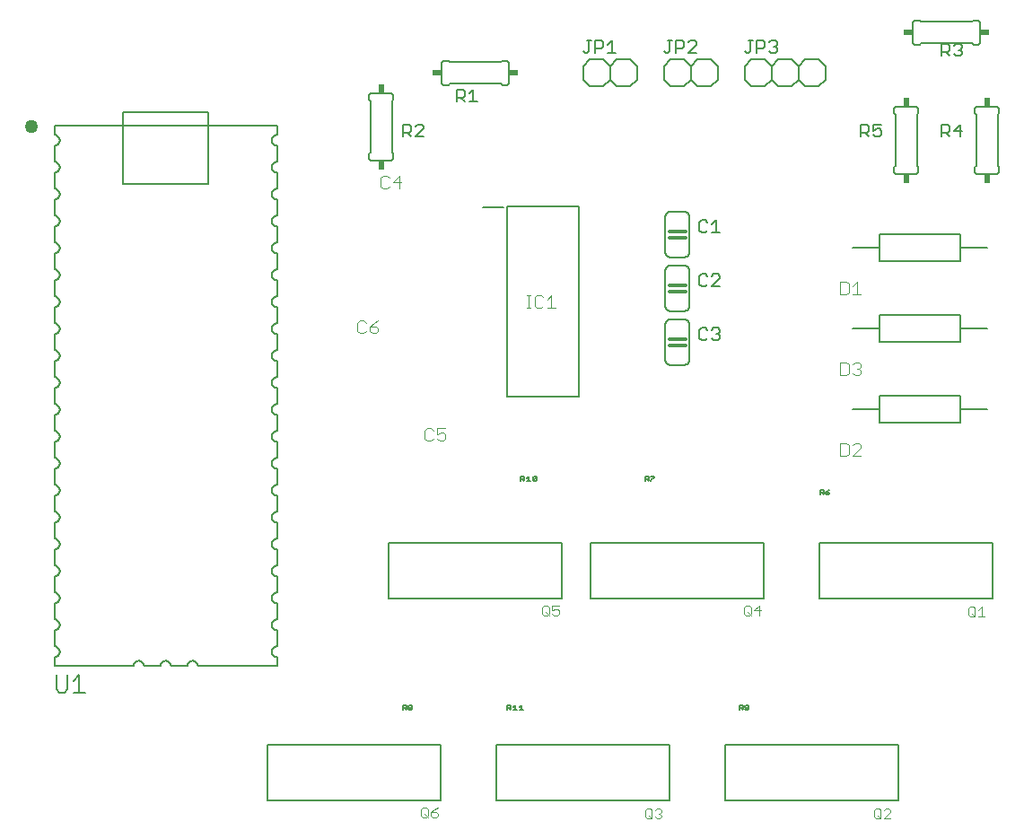
<source format=gto>
G04 EAGLE Gerber RS-274X export*
G75*
%MOMM*%
%FSLAX34Y34*%
%LPD*%
%INSilkscreen Top*%
%IPPOS*%
%AMOC8*
5,1,8,0,0,1.08239X$1,22.5*%
G01*
%ADD10C,0.152400*%
%ADD11C,0.304800*%
%ADD12C,0.127000*%
%ADD13C,0.101600*%
%ADD14C,0.200000*%
%ADD15C,0.150000*%
%ADD16C,0.076200*%
%ADD17R,0.863600X0.609600*%
%ADD18R,0.609600X0.863600*%
%ADD19C,1.270000*%


D10*
X603250Y605790D02*
X615950Y605790D01*
X616090Y605788D01*
X616230Y605782D01*
X616370Y605773D01*
X616509Y605759D01*
X616648Y605742D01*
X616786Y605721D01*
X616924Y605696D01*
X617061Y605667D01*
X617197Y605635D01*
X617332Y605598D01*
X617466Y605558D01*
X617599Y605515D01*
X617731Y605467D01*
X617862Y605417D01*
X617991Y605362D01*
X618118Y605304D01*
X618244Y605243D01*
X618368Y605178D01*
X618490Y605109D01*
X618610Y605038D01*
X618728Y604963D01*
X618845Y604885D01*
X618959Y604803D01*
X619070Y604719D01*
X619179Y604631D01*
X619286Y604541D01*
X619391Y604447D01*
X619492Y604351D01*
X619591Y604252D01*
X619687Y604151D01*
X619781Y604046D01*
X619871Y603939D01*
X619959Y603830D01*
X620043Y603719D01*
X620125Y603605D01*
X620203Y603488D01*
X620278Y603370D01*
X620349Y603250D01*
X620418Y603128D01*
X620483Y603004D01*
X620544Y602878D01*
X620602Y602751D01*
X620657Y602622D01*
X620707Y602491D01*
X620755Y602359D01*
X620798Y602226D01*
X620838Y602092D01*
X620875Y601957D01*
X620907Y601821D01*
X620936Y601684D01*
X620961Y601546D01*
X620982Y601408D01*
X620999Y601269D01*
X621013Y601130D01*
X621022Y600990D01*
X621028Y600850D01*
X621030Y600710D01*
X603250Y605790D02*
X603110Y605788D01*
X602970Y605782D01*
X602830Y605773D01*
X602691Y605759D01*
X602552Y605742D01*
X602414Y605721D01*
X602276Y605696D01*
X602139Y605667D01*
X602003Y605635D01*
X601868Y605598D01*
X601734Y605558D01*
X601601Y605515D01*
X601469Y605467D01*
X601338Y605417D01*
X601209Y605362D01*
X601082Y605304D01*
X600956Y605243D01*
X600832Y605178D01*
X600710Y605109D01*
X600590Y605038D01*
X600472Y604963D01*
X600355Y604885D01*
X600241Y604803D01*
X600130Y604719D01*
X600021Y604631D01*
X599914Y604541D01*
X599809Y604447D01*
X599708Y604351D01*
X599609Y604252D01*
X599513Y604151D01*
X599419Y604046D01*
X599329Y603939D01*
X599241Y603830D01*
X599157Y603719D01*
X599075Y603605D01*
X598997Y603488D01*
X598922Y603370D01*
X598851Y603250D01*
X598782Y603128D01*
X598717Y603004D01*
X598656Y602878D01*
X598598Y602751D01*
X598543Y602622D01*
X598493Y602491D01*
X598445Y602359D01*
X598402Y602226D01*
X598362Y602092D01*
X598325Y601957D01*
X598293Y601821D01*
X598264Y601684D01*
X598239Y601546D01*
X598218Y601408D01*
X598201Y601269D01*
X598187Y601130D01*
X598178Y600990D01*
X598172Y600850D01*
X598170Y600710D01*
X621030Y600710D02*
X621030Y567690D01*
X615950Y562610D02*
X603250Y562610D01*
X598170Y567690D02*
X598170Y600710D01*
X621030Y567690D02*
X621028Y567550D01*
X621022Y567410D01*
X621013Y567270D01*
X620999Y567131D01*
X620982Y566992D01*
X620961Y566854D01*
X620936Y566716D01*
X620907Y566579D01*
X620875Y566443D01*
X620838Y566308D01*
X620798Y566174D01*
X620755Y566041D01*
X620707Y565909D01*
X620657Y565778D01*
X620602Y565649D01*
X620544Y565522D01*
X620483Y565396D01*
X620418Y565272D01*
X620349Y565150D01*
X620278Y565030D01*
X620203Y564912D01*
X620125Y564795D01*
X620043Y564681D01*
X619959Y564570D01*
X619871Y564461D01*
X619781Y564354D01*
X619687Y564249D01*
X619591Y564148D01*
X619492Y564049D01*
X619391Y563953D01*
X619286Y563859D01*
X619179Y563769D01*
X619070Y563681D01*
X618959Y563597D01*
X618845Y563515D01*
X618728Y563437D01*
X618610Y563362D01*
X618490Y563291D01*
X618368Y563222D01*
X618244Y563157D01*
X618118Y563096D01*
X617991Y563038D01*
X617862Y562983D01*
X617731Y562933D01*
X617599Y562885D01*
X617466Y562842D01*
X617332Y562802D01*
X617197Y562765D01*
X617061Y562733D01*
X616924Y562704D01*
X616786Y562679D01*
X616648Y562658D01*
X616509Y562641D01*
X616370Y562627D01*
X616230Y562618D01*
X616090Y562612D01*
X615950Y562610D01*
X603250Y562610D02*
X603110Y562612D01*
X602970Y562618D01*
X602830Y562627D01*
X602691Y562641D01*
X602552Y562658D01*
X602414Y562679D01*
X602276Y562704D01*
X602139Y562733D01*
X602003Y562765D01*
X601868Y562802D01*
X601734Y562842D01*
X601601Y562885D01*
X601469Y562933D01*
X601338Y562983D01*
X601209Y563038D01*
X601082Y563096D01*
X600956Y563157D01*
X600832Y563222D01*
X600710Y563291D01*
X600590Y563362D01*
X600472Y563437D01*
X600355Y563515D01*
X600241Y563597D01*
X600130Y563681D01*
X600021Y563769D01*
X599914Y563859D01*
X599809Y563953D01*
X599708Y564049D01*
X599609Y564148D01*
X599513Y564249D01*
X599419Y564354D01*
X599329Y564461D01*
X599241Y564570D01*
X599157Y564681D01*
X599075Y564795D01*
X598997Y564912D01*
X598922Y565030D01*
X598851Y565150D01*
X598782Y565272D01*
X598717Y565396D01*
X598656Y565522D01*
X598598Y565649D01*
X598543Y565778D01*
X598493Y565909D01*
X598445Y566041D01*
X598402Y566174D01*
X598362Y566308D01*
X598325Y566443D01*
X598293Y566579D01*
X598264Y566716D01*
X598239Y566854D01*
X598218Y566992D01*
X598201Y567131D01*
X598187Y567270D01*
X598178Y567410D01*
X598172Y567550D01*
X598170Y567690D01*
D11*
X601980Y587248D02*
X617220Y587248D01*
X617220Y580898D02*
X601980Y580898D01*
D12*
X636275Y597545D02*
X638182Y595638D01*
X636275Y597545D02*
X632462Y597545D01*
X630555Y595638D01*
X630555Y588012D01*
X632462Y586105D01*
X636275Y586105D01*
X638182Y588012D01*
X642249Y593732D02*
X646062Y597545D01*
X646062Y586105D01*
X642249Y586105D02*
X649875Y586105D01*
D10*
X615950Y554990D02*
X603250Y554990D01*
X615950Y554990D02*
X616090Y554988D01*
X616230Y554982D01*
X616370Y554973D01*
X616509Y554959D01*
X616648Y554942D01*
X616786Y554921D01*
X616924Y554896D01*
X617061Y554867D01*
X617197Y554835D01*
X617332Y554798D01*
X617466Y554758D01*
X617599Y554715D01*
X617731Y554667D01*
X617862Y554617D01*
X617991Y554562D01*
X618118Y554504D01*
X618244Y554443D01*
X618368Y554378D01*
X618490Y554309D01*
X618610Y554238D01*
X618728Y554163D01*
X618845Y554085D01*
X618959Y554003D01*
X619070Y553919D01*
X619179Y553831D01*
X619286Y553741D01*
X619391Y553647D01*
X619492Y553551D01*
X619591Y553452D01*
X619687Y553351D01*
X619781Y553246D01*
X619871Y553139D01*
X619959Y553030D01*
X620043Y552919D01*
X620125Y552805D01*
X620203Y552688D01*
X620278Y552570D01*
X620349Y552450D01*
X620418Y552328D01*
X620483Y552204D01*
X620544Y552078D01*
X620602Y551951D01*
X620657Y551822D01*
X620707Y551691D01*
X620755Y551559D01*
X620798Y551426D01*
X620838Y551292D01*
X620875Y551157D01*
X620907Y551021D01*
X620936Y550884D01*
X620961Y550746D01*
X620982Y550608D01*
X620999Y550469D01*
X621013Y550330D01*
X621022Y550190D01*
X621028Y550050D01*
X621030Y549910D01*
X603250Y554990D02*
X603110Y554988D01*
X602970Y554982D01*
X602830Y554973D01*
X602691Y554959D01*
X602552Y554942D01*
X602414Y554921D01*
X602276Y554896D01*
X602139Y554867D01*
X602003Y554835D01*
X601868Y554798D01*
X601734Y554758D01*
X601601Y554715D01*
X601469Y554667D01*
X601338Y554617D01*
X601209Y554562D01*
X601082Y554504D01*
X600956Y554443D01*
X600832Y554378D01*
X600710Y554309D01*
X600590Y554238D01*
X600472Y554163D01*
X600355Y554085D01*
X600241Y554003D01*
X600130Y553919D01*
X600021Y553831D01*
X599914Y553741D01*
X599809Y553647D01*
X599708Y553551D01*
X599609Y553452D01*
X599513Y553351D01*
X599419Y553246D01*
X599329Y553139D01*
X599241Y553030D01*
X599157Y552919D01*
X599075Y552805D01*
X598997Y552688D01*
X598922Y552570D01*
X598851Y552450D01*
X598782Y552328D01*
X598717Y552204D01*
X598656Y552078D01*
X598598Y551951D01*
X598543Y551822D01*
X598493Y551691D01*
X598445Y551559D01*
X598402Y551426D01*
X598362Y551292D01*
X598325Y551157D01*
X598293Y551021D01*
X598264Y550884D01*
X598239Y550746D01*
X598218Y550608D01*
X598201Y550469D01*
X598187Y550330D01*
X598178Y550190D01*
X598172Y550050D01*
X598170Y549910D01*
X621030Y549910D02*
X621030Y516890D01*
X615950Y511810D02*
X603250Y511810D01*
X598170Y516890D02*
X598170Y549910D01*
X621030Y516890D02*
X621028Y516750D01*
X621022Y516610D01*
X621013Y516470D01*
X620999Y516331D01*
X620982Y516192D01*
X620961Y516054D01*
X620936Y515916D01*
X620907Y515779D01*
X620875Y515643D01*
X620838Y515508D01*
X620798Y515374D01*
X620755Y515241D01*
X620707Y515109D01*
X620657Y514978D01*
X620602Y514849D01*
X620544Y514722D01*
X620483Y514596D01*
X620418Y514472D01*
X620349Y514350D01*
X620278Y514230D01*
X620203Y514112D01*
X620125Y513995D01*
X620043Y513881D01*
X619959Y513770D01*
X619871Y513661D01*
X619781Y513554D01*
X619687Y513449D01*
X619591Y513348D01*
X619492Y513249D01*
X619391Y513153D01*
X619286Y513059D01*
X619179Y512969D01*
X619070Y512881D01*
X618959Y512797D01*
X618845Y512715D01*
X618728Y512637D01*
X618610Y512562D01*
X618490Y512491D01*
X618368Y512422D01*
X618244Y512357D01*
X618118Y512296D01*
X617991Y512238D01*
X617862Y512183D01*
X617731Y512133D01*
X617599Y512085D01*
X617466Y512042D01*
X617332Y512002D01*
X617197Y511965D01*
X617061Y511933D01*
X616924Y511904D01*
X616786Y511879D01*
X616648Y511858D01*
X616509Y511841D01*
X616370Y511827D01*
X616230Y511818D01*
X616090Y511812D01*
X615950Y511810D01*
X603250Y511810D02*
X603110Y511812D01*
X602970Y511818D01*
X602830Y511827D01*
X602691Y511841D01*
X602552Y511858D01*
X602414Y511879D01*
X602276Y511904D01*
X602139Y511933D01*
X602003Y511965D01*
X601868Y512002D01*
X601734Y512042D01*
X601601Y512085D01*
X601469Y512133D01*
X601338Y512183D01*
X601209Y512238D01*
X601082Y512296D01*
X600956Y512357D01*
X600832Y512422D01*
X600710Y512491D01*
X600590Y512562D01*
X600472Y512637D01*
X600355Y512715D01*
X600241Y512797D01*
X600130Y512881D01*
X600021Y512969D01*
X599914Y513059D01*
X599809Y513153D01*
X599708Y513249D01*
X599609Y513348D01*
X599513Y513449D01*
X599419Y513554D01*
X599329Y513661D01*
X599241Y513770D01*
X599157Y513881D01*
X599075Y513995D01*
X598997Y514112D01*
X598922Y514230D01*
X598851Y514350D01*
X598782Y514472D01*
X598717Y514596D01*
X598656Y514722D01*
X598598Y514849D01*
X598543Y514978D01*
X598493Y515109D01*
X598445Y515241D01*
X598402Y515374D01*
X598362Y515508D01*
X598325Y515643D01*
X598293Y515779D01*
X598264Y515916D01*
X598239Y516054D01*
X598218Y516192D01*
X598201Y516331D01*
X598187Y516470D01*
X598178Y516610D01*
X598172Y516750D01*
X598170Y516890D01*
D11*
X601980Y536448D02*
X617220Y536448D01*
X617220Y530098D02*
X601980Y530098D01*
D12*
X636275Y546745D02*
X638182Y544838D01*
X636275Y546745D02*
X632462Y546745D01*
X630555Y544838D01*
X630555Y537212D01*
X632462Y535305D01*
X636275Y535305D01*
X638182Y537212D01*
X642249Y535305D02*
X649875Y535305D01*
X642249Y535305D02*
X649875Y542932D01*
X649875Y544838D01*
X647969Y546745D01*
X644156Y546745D01*
X642249Y544838D01*
D10*
X615950Y504190D02*
X603250Y504190D01*
X615950Y504190D02*
X616090Y504188D01*
X616230Y504182D01*
X616370Y504173D01*
X616509Y504159D01*
X616648Y504142D01*
X616786Y504121D01*
X616924Y504096D01*
X617061Y504067D01*
X617197Y504035D01*
X617332Y503998D01*
X617466Y503958D01*
X617599Y503915D01*
X617731Y503867D01*
X617862Y503817D01*
X617991Y503762D01*
X618118Y503704D01*
X618244Y503643D01*
X618368Y503578D01*
X618490Y503509D01*
X618610Y503438D01*
X618728Y503363D01*
X618845Y503285D01*
X618959Y503203D01*
X619070Y503119D01*
X619179Y503031D01*
X619286Y502941D01*
X619391Y502847D01*
X619492Y502751D01*
X619591Y502652D01*
X619687Y502551D01*
X619781Y502446D01*
X619871Y502339D01*
X619959Y502230D01*
X620043Y502119D01*
X620125Y502005D01*
X620203Y501888D01*
X620278Y501770D01*
X620349Y501650D01*
X620418Y501528D01*
X620483Y501404D01*
X620544Y501278D01*
X620602Y501151D01*
X620657Y501022D01*
X620707Y500891D01*
X620755Y500759D01*
X620798Y500626D01*
X620838Y500492D01*
X620875Y500357D01*
X620907Y500221D01*
X620936Y500084D01*
X620961Y499946D01*
X620982Y499808D01*
X620999Y499669D01*
X621013Y499530D01*
X621022Y499390D01*
X621028Y499250D01*
X621030Y499110D01*
X603250Y504190D02*
X603110Y504188D01*
X602970Y504182D01*
X602830Y504173D01*
X602691Y504159D01*
X602552Y504142D01*
X602414Y504121D01*
X602276Y504096D01*
X602139Y504067D01*
X602003Y504035D01*
X601868Y503998D01*
X601734Y503958D01*
X601601Y503915D01*
X601469Y503867D01*
X601338Y503817D01*
X601209Y503762D01*
X601082Y503704D01*
X600956Y503643D01*
X600832Y503578D01*
X600710Y503509D01*
X600590Y503438D01*
X600472Y503363D01*
X600355Y503285D01*
X600241Y503203D01*
X600130Y503119D01*
X600021Y503031D01*
X599914Y502941D01*
X599809Y502847D01*
X599708Y502751D01*
X599609Y502652D01*
X599513Y502551D01*
X599419Y502446D01*
X599329Y502339D01*
X599241Y502230D01*
X599157Y502119D01*
X599075Y502005D01*
X598997Y501888D01*
X598922Y501770D01*
X598851Y501650D01*
X598782Y501528D01*
X598717Y501404D01*
X598656Y501278D01*
X598598Y501151D01*
X598543Y501022D01*
X598493Y500891D01*
X598445Y500759D01*
X598402Y500626D01*
X598362Y500492D01*
X598325Y500357D01*
X598293Y500221D01*
X598264Y500084D01*
X598239Y499946D01*
X598218Y499808D01*
X598201Y499669D01*
X598187Y499530D01*
X598178Y499390D01*
X598172Y499250D01*
X598170Y499110D01*
X621030Y499110D02*
X621030Y466090D01*
X615950Y461010D02*
X603250Y461010D01*
X598170Y466090D02*
X598170Y499110D01*
X621030Y466090D02*
X621028Y465950D01*
X621022Y465810D01*
X621013Y465670D01*
X620999Y465531D01*
X620982Y465392D01*
X620961Y465254D01*
X620936Y465116D01*
X620907Y464979D01*
X620875Y464843D01*
X620838Y464708D01*
X620798Y464574D01*
X620755Y464441D01*
X620707Y464309D01*
X620657Y464178D01*
X620602Y464049D01*
X620544Y463922D01*
X620483Y463796D01*
X620418Y463672D01*
X620349Y463550D01*
X620278Y463430D01*
X620203Y463312D01*
X620125Y463195D01*
X620043Y463081D01*
X619959Y462970D01*
X619871Y462861D01*
X619781Y462754D01*
X619687Y462649D01*
X619591Y462548D01*
X619492Y462449D01*
X619391Y462353D01*
X619286Y462259D01*
X619179Y462169D01*
X619070Y462081D01*
X618959Y461997D01*
X618845Y461915D01*
X618728Y461837D01*
X618610Y461762D01*
X618490Y461691D01*
X618368Y461622D01*
X618244Y461557D01*
X618118Y461496D01*
X617991Y461438D01*
X617862Y461383D01*
X617731Y461333D01*
X617599Y461285D01*
X617466Y461242D01*
X617332Y461202D01*
X617197Y461165D01*
X617061Y461133D01*
X616924Y461104D01*
X616786Y461079D01*
X616648Y461058D01*
X616509Y461041D01*
X616370Y461027D01*
X616230Y461018D01*
X616090Y461012D01*
X615950Y461010D01*
X603250Y461010D02*
X603110Y461012D01*
X602970Y461018D01*
X602830Y461027D01*
X602691Y461041D01*
X602552Y461058D01*
X602414Y461079D01*
X602276Y461104D01*
X602139Y461133D01*
X602003Y461165D01*
X601868Y461202D01*
X601734Y461242D01*
X601601Y461285D01*
X601469Y461333D01*
X601338Y461383D01*
X601209Y461438D01*
X601082Y461496D01*
X600956Y461557D01*
X600832Y461622D01*
X600710Y461691D01*
X600590Y461762D01*
X600472Y461837D01*
X600355Y461915D01*
X600241Y461997D01*
X600130Y462081D01*
X600021Y462169D01*
X599914Y462259D01*
X599809Y462353D01*
X599708Y462449D01*
X599609Y462548D01*
X599513Y462649D01*
X599419Y462754D01*
X599329Y462861D01*
X599241Y462970D01*
X599157Y463081D01*
X599075Y463195D01*
X598997Y463312D01*
X598922Y463430D01*
X598851Y463550D01*
X598782Y463672D01*
X598717Y463796D01*
X598656Y463922D01*
X598598Y464049D01*
X598543Y464178D01*
X598493Y464309D01*
X598445Y464441D01*
X598402Y464574D01*
X598362Y464708D01*
X598325Y464843D01*
X598293Y464979D01*
X598264Y465116D01*
X598239Y465254D01*
X598218Y465392D01*
X598201Y465531D01*
X598187Y465670D01*
X598178Y465810D01*
X598172Y465950D01*
X598170Y466090D01*
D11*
X601980Y485648D02*
X617220Y485648D01*
X617220Y479298D02*
X601980Y479298D01*
D12*
X636275Y495945D02*
X638182Y494038D01*
X636275Y495945D02*
X632462Y495945D01*
X630555Y494038D01*
X630555Y486412D01*
X632462Y484505D01*
X636275Y484505D01*
X638182Y486412D01*
X642249Y494038D02*
X644156Y495945D01*
X647969Y495945D01*
X649875Y494038D01*
X649875Y492132D01*
X647969Y490225D01*
X646062Y490225D01*
X647969Y490225D02*
X649875Y488318D01*
X649875Y486412D01*
X647969Y484505D01*
X644156Y484505D01*
X642249Y486412D01*
D13*
X337816Y637253D02*
X335867Y639202D01*
X331969Y639202D01*
X330020Y637253D01*
X330020Y629457D01*
X331969Y627508D01*
X335867Y627508D01*
X337816Y629457D01*
X347561Y627508D02*
X347561Y639202D01*
X341714Y633355D01*
X349510Y633355D01*
X377355Y401202D02*
X379304Y399253D01*
X377355Y401202D02*
X373457Y401202D01*
X371508Y399253D01*
X371508Y391457D01*
X373457Y389508D01*
X377355Y389508D01*
X379304Y391457D01*
X383202Y401202D02*
X390998Y401202D01*
X383202Y401202D02*
X383202Y395355D01*
X387100Y397304D01*
X389049Y397304D01*
X390998Y395355D01*
X390998Y391457D01*
X389049Y389508D01*
X385151Y389508D01*
X383202Y391457D01*
X315804Y500853D02*
X313855Y502802D01*
X309957Y502802D01*
X308008Y500853D01*
X308008Y493057D01*
X309957Y491108D01*
X313855Y491108D01*
X315804Y493057D01*
X323600Y500853D02*
X327498Y502802D01*
X323600Y500853D02*
X319702Y496955D01*
X319702Y493057D01*
X321651Y491108D01*
X325549Y491108D01*
X327498Y493057D01*
X327498Y495006D01*
X325549Y496955D01*
X319702Y496955D01*
D12*
X800100Y584200D02*
X876300Y584200D01*
X876300Y571500D01*
X876300Y558800D01*
X800100Y558800D01*
X800100Y571500D02*
X800100Y584200D01*
X800100Y571500D02*
X800100Y558800D01*
X800100Y571500D02*
X774700Y571500D01*
X876300Y571500D02*
X901700Y571500D01*
D13*
X763514Y539252D02*
X763514Y527558D01*
X769361Y527558D01*
X771310Y529507D01*
X771310Y537303D01*
X769361Y539252D01*
X763514Y539252D01*
X775208Y535354D02*
X779106Y539252D01*
X779106Y527558D01*
X775208Y527558D02*
X783004Y527558D01*
D12*
X800100Y431800D02*
X876300Y431800D01*
X876300Y419100D01*
X876300Y406400D01*
X800100Y406400D01*
X800100Y419100D02*
X800100Y431800D01*
X800100Y419100D02*
X800100Y406400D01*
X800100Y419100D02*
X774700Y419100D01*
X876300Y419100D02*
X901700Y419100D01*
D13*
X763514Y386852D02*
X763514Y375158D01*
X769361Y375158D01*
X771310Y377107D01*
X771310Y384903D01*
X769361Y386852D01*
X763514Y386852D01*
X775208Y375158D02*
X783004Y375158D01*
X775208Y375158D02*
X783004Y382954D01*
X783004Y384903D01*
X781055Y386852D01*
X777157Y386852D01*
X775208Y384903D01*
D12*
X800100Y508000D02*
X876300Y508000D01*
X876300Y495300D01*
X876300Y482600D01*
X800100Y482600D01*
X800100Y495300D02*
X800100Y508000D01*
X800100Y495300D02*
X800100Y482600D01*
X800100Y495300D02*
X774700Y495300D01*
X876300Y495300D02*
X901700Y495300D01*
D13*
X763514Y463052D02*
X763514Y451358D01*
X769361Y451358D01*
X771310Y453307D01*
X771310Y461103D01*
X769361Y463052D01*
X763514Y463052D01*
X775208Y461103D02*
X777157Y463052D01*
X781055Y463052D01*
X783004Y461103D01*
X783004Y459154D01*
X781055Y457205D01*
X779106Y457205D01*
X781055Y457205D02*
X783004Y455256D01*
X783004Y453307D01*
X781055Y451358D01*
X777157Y451358D01*
X775208Y453307D01*
D14*
X516450Y610220D02*
X448750Y610220D01*
X516450Y610220D02*
X516450Y431180D01*
X448750Y431180D01*
X448750Y610220D01*
X445250Y610000D02*
X426350Y610000D01*
D13*
X467516Y514858D02*
X471414Y514858D01*
X469465Y514858D02*
X469465Y526552D01*
X467516Y526552D02*
X471414Y526552D01*
X481159Y526552D02*
X483108Y524603D01*
X481159Y526552D02*
X477261Y526552D01*
X475312Y524603D01*
X475312Y516807D01*
X477261Y514858D01*
X481159Y514858D01*
X483108Y516807D01*
X487006Y522654D02*
X490904Y526552D01*
X490904Y514858D01*
X487006Y514858D02*
X494802Y514858D01*
D10*
X527050Y749300D02*
X539750Y749300D01*
X546100Y742950D01*
X546100Y730250D01*
X539750Y723900D01*
X520700Y730250D02*
X520700Y742950D01*
X527050Y749300D01*
X520700Y730250D02*
X527050Y723900D01*
X539750Y723900D01*
X546100Y742950D02*
X552450Y749300D01*
X565150Y749300D01*
X571500Y742950D01*
X571500Y730250D01*
X565150Y723900D01*
X552450Y723900D01*
X546100Y730250D01*
D12*
X522480Y755523D02*
X520573Y757430D01*
X522480Y755523D02*
X524386Y755523D01*
X526293Y757430D01*
X526293Y766963D01*
X524386Y766963D02*
X528200Y766963D01*
X532267Y766963D02*
X532267Y755523D01*
X532267Y766963D02*
X537987Y766963D01*
X539893Y765056D01*
X539893Y761243D01*
X537987Y759336D01*
X532267Y759336D01*
X543961Y763150D02*
X547774Y766963D01*
X547774Y755523D01*
X543961Y755523D02*
X551587Y755523D01*
D10*
X603250Y749300D02*
X615950Y749300D01*
X622300Y742950D01*
X622300Y730250D01*
X615950Y723900D01*
X596900Y730250D02*
X596900Y742950D01*
X603250Y749300D01*
X596900Y730250D02*
X603250Y723900D01*
X615950Y723900D01*
X622300Y742950D02*
X628650Y749300D01*
X641350Y749300D01*
X647700Y742950D01*
X647700Y730250D01*
X641350Y723900D01*
X628650Y723900D01*
X622300Y730250D01*
D12*
X598680Y755523D02*
X596773Y757430D01*
X598680Y755523D02*
X600586Y755523D01*
X602493Y757430D01*
X602493Y766963D01*
X600586Y766963D02*
X604400Y766963D01*
X608467Y766963D02*
X608467Y755523D01*
X608467Y766963D02*
X614187Y766963D01*
X616093Y765056D01*
X616093Y761243D01*
X614187Y759336D01*
X608467Y759336D01*
X620161Y755523D02*
X627787Y755523D01*
X620161Y755523D02*
X627787Y763150D01*
X627787Y765056D01*
X625881Y766963D01*
X622068Y766963D01*
X620161Y765056D01*
D10*
X679450Y749300D02*
X692150Y749300D01*
X698500Y742950D01*
X698500Y730250D01*
X692150Y723900D01*
X698500Y742950D02*
X704850Y749300D01*
X717550Y749300D01*
X723900Y742950D01*
X723900Y730250D01*
X717550Y723900D01*
X704850Y723900D01*
X698500Y730250D01*
X673100Y730250D02*
X673100Y742950D01*
X679450Y749300D01*
X673100Y730250D02*
X679450Y723900D01*
X692150Y723900D01*
X723900Y742950D02*
X730250Y749300D01*
X742950Y749300D01*
X749300Y742950D01*
X749300Y730250D01*
X742950Y723900D01*
X730250Y723900D01*
X723900Y730250D01*
D12*
X674880Y755523D02*
X672973Y757430D01*
X674880Y755523D02*
X676786Y755523D01*
X678693Y757430D01*
X678693Y766963D01*
X676786Y766963D02*
X680600Y766963D01*
X684667Y766963D02*
X684667Y755523D01*
X684667Y766963D02*
X690387Y766963D01*
X692293Y765056D01*
X692293Y761243D01*
X690387Y759336D01*
X684667Y759336D01*
X696361Y765056D02*
X698268Y766963D01*
X702081Y766963D01*
X703987Y765056D01*
X703987Y763150D01*
X702081Y761243D01*
X700174Y761243D01*
X702081Y761243D02*
X703987Y759336D01*
X703987Y757430D01*
X702081Y755523D01*
X698268Y755523D01*
X696361Y757430D01*
D15*
X744000Y292700D02*
X744000Y240700D01*
X744000Y292700D02*
X907000Y292700D01*
X907000Y240700D01*
X744000Y240700D01*
D16*
X884265Y231086D02*
X884265Y224922D01*
X884265Y231086D02*
X885806Y232627D01*
X888888Y232627D01*
X890429Y231086D01*
X890429Y224922D01*
X888888Y223381D01*
X885806Y223381D01*
X884265Y224922D01*
X887347Y226463D02*
X890429Y223381D01*
X893473Y229545D02*
X896555Y232627D01*
X896555Y223381D01*
X893473Y223381D02*
X899637Y223381D01*
D15*
X655100Y102200D02*
X655100Y50200D01*
X655100Y102200D02*
X818100Y102200D01*
X818100Y50200D01*
X655100Y50200D01*
D16*
X795365Y40586D02*
X795365Y34422D01*
X795365Y40586D02*
X796906Y42127D01*
X799988Y42127D01*
X801529Y40586D01*
X801529Y34422D01*
X799988Y32881D01*
X796906Y32881D01*
X795365Y34422D01*
X798447Y35963D02*
X801529Y32881D01*
X804573Y32881D02*
X810737Y32881D01*
X804573Y32881D02*
X810737Y39045D01*
X810737Y40586D01*
X809196Y42127D01*
X806114Y42127D01*
X804573Y40586D01*
D15*
X439200Y50200D02*
X439200Y102200D01*
X602200Y102200D01*
X602200Y50200D01*
X439200Y50200D01*
D16*
X579465Y40586D02*
X579465Y34422D01*
X579465Y40586D02*
X581006Y42127D01*
X584088Y42127D01*
X585629Y40586D01*
X585629Y34422D01*
X584088Y32881D01*
X581006Y32881D01*
X579465Y34422D01*
X582547Y35963D02*
X585629Y32881D01*
X588673Y40586D02*
X590214Y42127D01*
X593296Y42127D01*
X594837Y40586D01*
X594837Y39045D01*
X593296Y37504D01*
X591755Y37504D01*
X593296Y37504D02*
X594837Y35963D01*
X594837Y34422D01*
X593296Y32881D01*
X590214Y32881D01*
X588673Y34422D01*
D15*
X691100Y240700D02*
X691100Y292700D01*
X691100Y240700D02*
X528100Y240700D01*
X528100Y292700D01*
X691100Y292700D01*
D16*
X672881Y232286D02*
X672881Y226122D01*
X672881Y232286D02*
X674422Y233827D01*
X677504Y233827D01*
X679045Y232286D01*
X679045Y226122D01*
X677504Y224581D01*
X674422Y224581D01*
X672881Y226122D01*
X675963Y227663D02*
X679045Y224581D01*
X686712Y224581D02*
X686712Y233827D01*
X682089Y229204D01*
X688253Y229204D01*
D15*
X500600Y240700D02*
X500600Y292700D01*
X500600Y240700D02*
X337600Y240700D01*
X337600Y292700D01*
X500600Y292700D01*
D16*
X482381Y232286D02*
X482381Y226122D01*
X482381Y232286D02*
X483922Y233827D01*
X487004Y233827D01*
X488545Y232286D01*
X488545Y226122D01*
X487004Y224581D01*
X483922Y224581D01*
X482381Y226122D01*
X485463Y227663D02*
X488545Y224581D01*
X491589Y233827D02*
X497753Y233827D01*
X491589Y233827D02*
X491589Y229204D01*
X494671Y230745D01*
X496212Y230745D01*
X497753Y229204D01*
X497753Y226122D01*
X496212Y224581D01*
X493130Y224581D01*
X491589Y226122D01*
D15*
X386300Y102200D02*
X386300Y50200D01*
X223300Y50200D01*
X223300Y102200D01*
X386300Y102200D01*
D16*
X368081Y41786D02*
X368081Y35622D01*
X368081Y41786D02*
X369622Y43327D01*
X372704Y43327D01*
X374245Y41786D01*
X374245Y35622D01*
X372704Y34081D01*
X369622Y34081D01*
X368081Y35622D01*
X371163Y37163D02*
X374245Y34081D01*
X380371Y41786D02*
X383453Y43327D01*
X380371Y41786D02*
X377289Y38704D01*
X377289Y35622D01*
X378830Y34081D01*
X381912Y34081D01*
X383453Y35622D01*
X383453Y37163D01*
X381912Y38704D01*
X377289Y38704D01*
D10*
X448310Y725170D02*
X448410Y725172D01*
X448509Y725178D01*
X448609Y725188D01*
X448707Y725201D01*
X448806Y725219D01*
X448903Y725240D01*
X448999Y725265D01*
X449095Y725294D01*
X449189Y725327D01*
X449282Y725363D01*
X449373Y725403D01*
X449463Y725447D01*
X449551Y725494D01*
X449637Y725544D01*
X449721Y725598D01*
X449803Y725655D01*
X449882Y725715D01*
X449960Y725779D01*
X450034Y725845D01*
X450106Y725914D01*
X450175Y725986D01*
X450241Y726060D01*
X450305Y726138D01*
X450365Y726217D01*
X450422Y726299D01*
X450476Y726383D01*
X450526Y726469D01*
X450573Y726557D01*
X450617Y726647D01*
X450657Y726738D01*
X450693Y726831D01*
X450726Y726925D01*
X450755Y727021D01*
X450780Y727117D01*
X450801Y727214D01*
X450819Y727313D01*
X450832Y727411D01*
X450842Y727511D01*
X450848Y727610D01*
X450850Y727710D01*
X450850Y745490D02*
X450848Y745590D01*
X450842Y745689D01*
X450832Y745789D01*
X450819Y745887D01*
X450801Y745986D01*
X450780Y746083D01*
X450755Y746179D01*
X450726Y746275D01*
X450693Y746369D01*
X450657Y746462D01*
X450617Y746553D01*
X450573Y746643D01*
X450526Y746731D01*
X450476Y746817D01*
X450422Y746901D01*
X450365Y746983D01*
X450305Y747062D01*
X450241Y747140D01*
X450175Y747214D01*
X450106Y747286D01*
X450034Y747355D01*
X449960Y747421D01*
X449882Y747485D01*
X449803Y747545D01*
X449721Y747602D01*
X449637Y747656D01*
X449551Y747706D01*
X449463Y747753D01*
X449373Y747797D01*
X449282Y747837D01*
X449189Y747873D01*
X449095Y747906D01*
X448999Y747935D01*
X448903Y747960D01*
X448806Y747981D01*
X448707Y747999D01*
X448609Y748012D01*
X448509Y748022D01*
X448410Y748028D01*
X448310Y748030D01*
X389890Y748030D02*
X389790Y748028D01*
X389691Y748022D01*
X389591Y748012D01*
X389493Y747999D01*
X389394Y747981D01*
X389297Y747960D01*
X389201Y747935D01*
X389105Y747906D01*
X389011Y747873D01*
X388918Y747837D01*
X388827Y747797D01*
X388737Y747753D01*
X388649Y747706D01*
X388563Y747656D01*
X388479Y747602D01*
X388397Y747545D01*
X388318Y747485D01*
X388240Y747421D01*
X388166Y747355D01*
X388094Y747286D01*
X388025Y747214D01*
X387959Y747140D01*
X387895Y747062D01*
X387835Y746983D01*
X387778Y746901D01*
X387724Y746817D01*
X387674Y746731D01*
X387627Y746643D01*
X387583Y746553D01*
X387543Y746462D01*
X387507Y746369D01*
X387474Y746275D01*
X387445Y746179D01*
X387420Y746083D01*
X387399Y745986D01*
X387381Y745887D01*
X387368Y745789D01*
X387358Y745689D01*
X387352Y745590D01*
X387350Y745490D01*
X387350Y727710D02*
X387352Y727610D01*
X387358Y727511D01*
X387368Y727411D01*
X387381Y727313D01*
X387399Y727214D01*
X387420Y727117D01*
X387445Y727021D01*
X387474Y726925D01*
X387507Y726831D01*
X387543Y726738D01*
X387583Y726647D01*
X387627Y726557D01*
X387674Y726469D01*
X387724Y726383D01*
X387778Y726299D01*
X387835Y726217D01*
X387895Y726138D01*
X387959Y726060D01*
X388025Y725986D01*
X388094Y725914D01*
X388166Y725845D01*
X388240Y725779D01*
X388318Y725715D01*
X388397Y725655D01*
X388479Y725598D01*
X388563Y725544D01*
X388649Y725494D01*
X388737Y725447D01*
X388827Y725403D01*
X388918Y725363D01*
X389011Y725327D01*
X389105Y725294D01*
X389201Y725265D01*
X389297Y725240D01*
X389394Y725219D01*
X389493Y725201D01*
X389591Y725188D01*
X389691Y725178D01*
X389790Y725172D01*
X389890Y725170D01*
X450850Y727710D02*
X450850Y745490D01*
X448310Y725170D02*
X444500Y725170D01*
X443230Y726440D01*
X444500Y748030D02*
X448310Y748030D01*
X444500Y748030D02*
X443230Y746760D01*
X394970Y726440D02*
X393700Y725170D01*
X394970Y726440D02*
X443230Y726440D01*
X394970Y746760D02*
X393700Y748030D01*
X394970Y746760D02*
X443230Y746760D01*
X393700Y725170D02*
X389890Y725170D01*
X389890Y748030D02*
X393700Y748030D01*
X387350Y745490D02*
X387350Y727710D01*
D17*
X383032Y736600D03*
X455168Y736600D03*
D12*
X401427Y720735D02*
X401427Y709295D01*
X401427Y720735D02*
X407147Y720735D01*
X409054Y718828D01*
X409054Y715015D01*
X407147Y713108D01*
X401427Y713108D01*
X405240Y713108D02*
X409054Y709295D01*
X413121Y716922D02*
X416934Y720735D01*
X416934Y709295D01*
X413121Y709295D02*
X420748Y709295D01*
X462115Y355985D02*
X462115Y351155D01*
X462115Y355985D02*
X464530Y355985D01*
X465335Y355180D01*
X465335Y353570D01*
X464530Y352765D01*
X462115Y352765D01*
X463725Y352765D02*
X465335Y351155D01*
X467728Y354375D02*
X469338Y355985D01*
X469338Y351155D01*
X467728Y351155D02*
X470949Y351155D01*
X473342Y351960D02*
X473342Y355180D01*
X474147Y355985D01*
X475757Y355985D01*
X476562Y355180D01*
X476562Y351960D01*
X475757Y351155D01*
X474147Y351155D01*
X473342Y351960D01*
X476562Y355180D01*
X449415Y140085D02*
X449415Y135255D01*
X449415Y140085D02*
X451830Y140085D01*
X452635Y139280D01*
X452635Y137670D01*
X451830Y136865D01*
X449415Y136865D01*
X451025Y136865D02*
X452635Y135255D01*
X455028Y138475D02*
X456638Y140085D01*
X456638Y135255D01*
X455028Y135255D02*
X458249Y135255D01*
X460642Y138475D02*
X462252Y140085D01*
X462252Y135255D01*
X460642Y135255D02*
X463862Y135255D01*
D10*
X341630Y715010D02*
X341628Y715110D01*
X341622Y715209D01*
X341612Y715309D01*
X341599Y715407D01*
X341581Y715506D01*
X341560Y715603D01*
X341535Y715699D01*
X341506Y715795D01*
X341473Y715889D01*
X341437Y715982D01*
X341397Y716073D01*
X341353Y716163D01*
X341306Y716251D01*
X341256Y716337D01*
X341202Y716421D01*
X341145Y716503D01*
X341085Y716582D01*
X341021Y716660D01*
X340955Y716734D01*
X340886Y716806D01*
X340814Y716875D01*
X340740Y716941D01*
X340662Y717005D01*
X340583Y717065D01*
X340501Y717122D01*
X340417Y717176D01*
X340331Y717226D01*
X340243Y717273D01*
X340153Y717317D01*
X340062Y717357D01*
X339969Y717393D01*
X339875Y717426D01*
X339779Y717455D01*
X339683Y717480D01*
X339586Y717501D01*
X339487Y717519D01*
X339389Y717532D01*
X339289Y717542D01*
X339190Y717548D01*
X339090Y717550D01*
X321310Y717550D02*
X321210Y717548D01*
X321111Y717542D01*
X321011Y717532D01*
X320913Y717519D01*
X320814Y717501D01*
X320717Y717480D01*
X320621Y717455D01*
X320525Y717426D01*
X320431Y717393D01*
X320338Y717357D01*
X320247Y717317D01*
X320157Y717273D01*
X320069Y717226D01*
X319983Y717176D01*
X319899Y717122D01*
X319817Y717065D01*
X319738Y717005D01*
X319660Y716941D01*
X319586Y716875D01*
X319514Y716806D01*
X319445Y716734D01*
X319379Y716660D01*
X319315Y716582D01*
X319255Y716503D01*
X319198Y716421D01*
X319144Y716337D01*
X319094Y716251D01*
X319047Y716163D01*
X319003Y716073D01*
X318963Y715982D01*
X318927Y715889D01*
X318894Y715795D01*
X318865Y715699D01*
X318840Y715603D01*
X318819Y715506D01*
X318801Y715407D01*
X318788Y715309D01*
X318778Y715209D01*
X318772Y715110D01*
X318770Y715010D01*
X318770Y656590D02*
X318772Y656490D01*
X318778Y656391D01*
X318788Y656291D01*
X318801Y656193D01*
X318819Y656094D01*
X318840Y655997D01*
X318865Y655901D01*
X318894Y655805D01*
X318927Y655711D01*
X318963Y655618D01*
X319003Y655527D01*
X319047Y655437D01*
X319094Y655349D01*
X319144Y655263D01*
X319198Y655179D01*
X319255Y655097D01*
X319315Y655018D01*
X319379Y654940D01*
X319445Y654866D01*
X319514Y654794D01*
X319586Y654725D01*
X319660Y654659D01*
X319738Y654595D01*
X319817Y654535D01*
X319899Y654478D01*
X319983Y654424D01*
X320069Y654374D01*
X320157Y654327D01*
X320247Y654283D01*
X320338Y654243D01*
X320431Y654207D01*
X320525Y654174D01*
X320621Y654145D01*
X320717Y654120D01*
X320814Y654099D01*
X320913Y654081D01*
X321011Y654068D01*
X321111Y654058D01*
X321210Y654052D01*
X321310Y654050D01*
X339090Y654050D02*
X339190Y654052D01*
X339289Y654058D01*
X339389Y654068D01*
X339487Y654081D01*
X339586Y654099D01*
X339683Y654120D01*
X339779Y654145D01*
X339875Y654174D01*
X339969Y654207D01*
X340062Y654243D01*
X340153Y654283D01*
X340243Y654327D01*
X340331Y654374D01*
X340417Y654424D01*
X340501Y654478D01*
X340583Y654535D01*
X340662Y654595D01*
X340740Y654659D01*
X340814Y654725D01*
X340886Y654794D01*
X340955Y654866D01*
X341021Y654940D01*
X341085Y655018D01*
X341145Y655097D01*
X341202Y655179D01*
X341256Y655263D01*
X341306Y655349D01*
X341353Y655437D01*
X341397Y655527D01*
X341437Y655618D01*
X341473Y655711D01*
X341506Y655805D01*
X341535Y655901D01*
X341560Y655997D01*
X341581Y656094D01*
X341599Y656193D01*
X341612Y656291D01*
X341622Y656391D01*
X341628Y656490D01*
X341630Y656590D01*
X339090Y717550D02*
X321310Y717550D01*
X341630Y715010D02*
X341630Y711200D01*
X340360Y709930D01*
X318770Y711200D02*
X318770Y715010D01*
X318770Y711200D02*
X320040Y709930D01*
X340360Y661670D02*
X341630Y660400D01*
X340360Y661670D02*
X340360Y709930D01*
X320040Y661670D02*
X318770Y660400D01*
X320040Y661670D02*
X320040Y709930D01*
X341630Y660400D02*
X341630Y656590D01*
X318770Y656590D02*
X318770Y660400D01*
X321310Y654050D02*
X339090Y654050D01*
D18*
X330200Y649732D03*
X330200Y721868D03*
D12*
X351155Y687715D02*
X351155Y676275D01*
X351155Y687715D02*
X356875Y687715D01*
X358782Y685808D01*
X358782Y681995D01*
X356875Y680088D01*
X351155Y680088D01*
X354968Y680088D02*
X358782Y676275D01*
X362849Y676275D02*
X370475Y676275D01*
X362849Y676275D02*
X370475Y683902D01*
X370475Y685808D01*
X368569Y687715D01*
X364756Y687715D01*
X362849Y685808D01*
D10*
X831850Y783590D02*
X831852Y783690D01*
X831858Y783789D01*
X831868Y783889D01*
X831881Y783987D01*
X831899Y784086D01*
X831920Y784183D01*
X831945Y784279D01*
X831974Y784375D01*
X832007Y784469D01*
X832043Y784562D01*
X832083Y784653D01*
X832127Y784743D01*
X832174Y784831D01*
X832224Y784917D01*
X832278Y785001D01*
X832335Y785083D01*
X832395Y785162D01*
X832459Y785240D01*
X832525Y785314D01*
X832594Y785386D01*
X832666Y785455D01*
X832740Y785521D01*
X832818Y785585D01*
X832897Y785645D01*
X832979Y785702D01*
X833063Y785756D01*
X833149Y785806D01*
X833237Y785853D01*
X833327Y785897D01*
X833418Y785937D01*
X833511Y785973D01*
X833605Y786006D01*
X833701Y786035D01*
X833797Y786060D01*
X833894Y786081D01*
X833993Y786099D01*
X834091Y786112D01*
X834191Y786122D01*
X834290Y786128D01*
X834390Y786130D01*
X831850Y765810D02*
X831852Y765710D01*
X831858Y765611D01*
X831868Y765511D01*
X831881Y765413D01*
X831899Y765314D01*
X831920Y765217D01*
X831945Y765121D01*
X831974Y765025D01*
X832007Y764931D01*
X832043Y764838D01*
X832083Y764747D01*
X832127Y764657D01*
X832174Y764569D01*
X832224Y764483D01*
X832278Y764399D01*
X832335Y764317D01*
X832395Y764238D01*
X832459Y764160D01*
X832525Y764086D01*
X832594Y764014D01*
X832666Y763945D01*
X832740Y763879D01*
X832818Y763815D01*
X832897Y763755D01*
X832979Y763698D01*
X833063Y763644D01*
X833149Y763594D01*
X833237Y763547D01*
X833327Y763503D01*
X833418Y763463D01*
X833511Y763427D01*
X833605Y763394D01*
X833701Y763365D01*
X833797Y763340D01*
X833894Y763319D01*
X833993Y763301D01*
X834091Y763288D01*
X834191Y763278D01*
X834290Y763272D01*
X834390Y763270D01*
X892810Y763270D02*
X892910Y763272D01*
X893009Y763278D01*
X893109Y763288D01*
X893207Y763301D01*
X893306Y763319D01*
X893403Y763340D01*
X893499Y763365D01*
X893595Y763394D01*
X893689Y763427D01*
X893782Y763463D01*
X893873Y763503D01*
X893963Y763547D01*
X894051Y763594D01*
X894137Y763644D01*
X894221Y763698D01*
X894303Y763755D01*
X894382Y763815D01*
X894460Y763879D01*
X894534Y763945D01*
X894606Y764014D01*
X894675Y764086D01*
X894741Y764160D01*
X894805Y764238D01*
X894865Y764317D01*
X894922Y764399D01*
X894976Y764483D01*
X895026Y764569D01*
X895073Y764657D01*
X895117Y764747D01*
X895157Y764838D01*
X895193Y764931D01*
X895226Y765025D01*
X895255Y765121D01*
X895280Y765217D01*
X895301Y765314D01*
X895319Y765413D01*
X895332Y765511D01*
X895342Y765611D01*
X895348Y765710D01*
X895350Y765810D01*
X895350Y783590D02*
X895348Y783690D01*
X895342Y783789D01*
X895332Y783889D01*
X895319Y783987D01*
X895301Y784086D01*
X895280Y784183D01*
X895255Y784279D01*
X895226Y784375D01*
X895193Y784469D01*
X895157Y784562D01*
X895117Y784653D01*
X895073Y784743D01*
X895026Y784831D01*
X894976Y784917D01*
X894922Y785001D01*
X894865Y785083D01*
X894805Y785162D01*
X894741Y785240D01*
X894675Y785314D01*
X894606Y785386D01*
X894534Y785455D01*
X894460Y785521D01*
X894382Y785585D01*
X894303Y785645D01*
X894221Y785702D01*
X894137Y785756D01*
X894051Y785806D01*
X893963Y785853D01*
X893873Y785897D01*
X893782Y785937D01*
X893689Y785973D01*
X893595Y786006D01*
X893499Y786035D01*
X893403Y786060D01*
X893306Y786081D01*
X893207Y786099D01*
X893109Y786112D01*
X893009Y786122D01*
X892910Y786128D01*
X892810Y786130D01*
X831850Y783590D02*
X831850Y765810D01*
X834390Y786130D02*
X838200Y786130D01*
X839470Y784860D01*
X838200Y763270D02*
X834390Y763270D01*
X838200Y763270D02*
X839470Y764540D01*
X887730Y784860D02*
X889000Y786130D01*
X887730Y784860D02*
X839470Y784860D01*
X887730Y764540D02*
X889000Y763270D01*
X887730Y764540D02*
X839470Y764540D01*
X889000Y786130D02*
X892810Y786130D01*
X892810Y763270D02*
X889000Y763270D01*
X895350Y765810D02*
X895350Y783590D01*
D17*
X899668Y774700D03*
X827532Y774700D03*
D12*
X859155Y763915D02*
X859155Y752475D01*
X859155Y763915D02*
X864875Y763915D01*
X866782Y762008D01*
X866782Y758195D01*
X864875Y756288D01*
X859155Y756288D01*
X862968Y756288D02*
X866782Y752475D01*
X870849Y762008D02*
X872756Y763915D01*
X876569Y763915D01*
X878475Y762008D01*
X878475Y760102D01*
X876569Y758195D01*
X874662Y758195D01*
X876569Y758195D02*
X878475Y756288D01*
X878475Y754382D01*
X876569Y752475D01*
X872756Y752475D01*
X870849Y754382D01*
D10*
X910590Y704850D02*
X910690Y704848D01*
X910789Y704842D01*
X910889Y704832D01*
X910987Y704819D01*
X911086Y704801D01*
X911183Y704780D01*
X911279Y704755D01*
X911375Y704726D01*
X911469Y704693D01*
X911562Y704657D01*
X911653Y704617D01*
X911743Y704573D01*
X911831Y704526D01*
X911917Y704476D01*
X912001Y704422D01*
X912083Y704365D01*
X912162Y704305D01*
X912240Y704241D01*
X912314Y704175D01*
X912386Y704106D01*
X912455Y704034D01*
X912521Y703960D01*
X912585Y703882D01*
X912645Y703803D01*
X912702Y703721D01*
X912756Y703637D01*
X912806Y703551D01*
X912853Y703463D01*
X912897Y703373D01*
X912937Y703282D01*
X912973Y703189D01*
X913006Y703095D01*
X913035Y702999D01*
X913060Y702903D01*
X913081Y702806D01*
X913099Y702707D01*
X913112Y702609D01*
X913122Y702509D01*
X913128Y702410D01*
X913130Y702310D01*
X892810Y704850D02*
X892710Y704848D01*
X892611Y704842D01*
X892511Y704832D01*
X892413Y704819D01*
X892314Y704801D01*
X892217Y704780D01*
X892121Y704755D01*
X892025Y704726D01*
X891931Y704693D01*
X891838Y704657D01*
X891747Y704617D01*
X891657Y704573D01*
X891569Y704526D01*
X891483Y704476D01*
X891399Y704422D01*
X891317Y704365D01*
X891238Y704305D01*
X891160Y704241D01*
X891086Y704175D01*
X891014Y704106D01*
X890945Y704034D01*
X890879Y703960D01*
X890815Y703882D01*
X890755Y703803D01*
X890698Y703721D01*
X890644Y703637D01*
X890594Y703551D01*
X890547Y703463D01*
X890503Y703373D01*
X890463Y703282D01*
X890427Y703189D01*
X890394Y703095D01*
X890365Y702999D01*
X890340Y702903D01*
X890319Y702806D01*
X890301Y702707D01*
X890288Y702609D01*
X890278Y702509D01*
X890272Y702410D01*
X890270Y702310D01*
X890270Y643890D02*
X890272Y643790D01*
X890278Y643691D01*
X890288Y643591D01*
X890301Y643493D01*
X890319Y643394D01*
X890340Y643297D01*
X890365Y643201D01*
X890394Y643105D01*
X890427Y643011D01*
X890463Y642918D01*
X890503Y642827D01*
X890547Y642737D01*
X890594Y642649D01*
X890644Y642563D01*
X890698Y642479D01*
X890755Y642397D01*
X890815Y642318D01*
X890879Y642240D01*
X890945Y642166D01*
X891014Y642094D01*
X891086Y642025D01*
X891160Y641959D01*
X891238Y641895D01*
X891317Y641835D01*
X891399Y641778D01*
X891483Y641724D01*
X891569Y641674D01*
X891657Y641627D01*
X891747Y641583D01*
X891838Y641543D01*
X891931Y641507D01*
X892025Y641474D01*
X892121Y641445D01*
X892217Y641420D01*
X892314Y641399D01*
X892413Y641381D01*
X892511Y641368D01*
X892611Y641358D01*
X892710Y641352D01*
X892810Y641350D01*
X910590Y641350D02*
X910690Y641352D01*
X910789Y641358D01*
X910889Y641368D01*
X910987Y641381D01*
X911086Y641399D01*
X911183Y641420D01*
X911279Y641445D01*
X911375Y641474D01*
X911469Y641507D01*
X911562Y641543D01*
X911653Y641583D01*
X911743Y641627D01*
X911831Y641674D01*
X911917Y641724D01*
X912001Y641778D01*
X912083Y641835D01*
X912162Y641895D01*
X912240Y641959D01*
X912314Y642025D01*
X912386Y642094D01*
X912455Y642166D01*
X912521Y642240D01*
X912585Y642318D01*
X912645Y642397D01*
X912702Y642479D01*
X912756Y642563D01*
X912806Y642649D01*
X912853Y642737D01*
X912897Y642827D01*
X912937Y642918D01*
X912973Y643011D01*
X913006Y643105D01*
X913035Y643201D01*
X913060Y643297D01*
X913081Y643394D01*
X913099Y643493D01*
X913112Y643591D01*
X913122Y643691D01*
X913128Y643790D01*
X913130Y643890D01*
X910590Y704850D02*
X892810Y704850D01*
X913130Y702310D02*
X913130Y698500D01*
X911860Y697230D01*
X890270Y698500D02*
X890270Y702310D01*
X890270Y698500D02*
X891540Y697230D01*
X911860Y648970D02*
X913130Y647700D01*
X911860Y648970D02*
X911860Y697230D01*
X891540Y648970D02*
X890270Y647700D01*
X891540Y648970D02*
X891540Y697230D01*
X913130Y647700D02*
X913130Y643890D01*
X890270Y643890D02*
X890270Y647700D01*
X892810Y641350D02*
X910590Y641350D01*
D18*
X901700Y637032D03*
X901700Y709168D03*
D12*
X859155Y687715D02*
X859155Y676275D01*
X859155Y687715D02*
X864875Y687715D01*
X866782Y685808D01*
X866782Y681995D01*
X864875Y680088D01*
X859155Y680088D01*
X862968Y680088D02*
X866782Y676275D01*
X876569Y676275D02*
X876569Y687715D01*
X870849Y681995D01*
X878475Y681995D01*
D10*
X836930Y702310D02*
X836928Y702410D01*
X836922Y702509D01*
X836912Y702609D01*
X836899Y702707D01*
X836881Y702806D01*
X836860Y702903D01*
X836835Y702999D01*
X836806Y703095D01*
X836773Y703189D01*
X836737Y703282D01*
X836697Y703373D01*
X836653Y703463D01*
X836606Y703551D01*
X836556Y703637D01*
X836502Y703721D01*
X836445Y703803D01*
X836385Y703882D01*
X836321Y703960D01*
X836255Y704034D01*
X836186Y704106D01*
X836114Y704175D01*
X836040Y704241D01*
X835962Y704305D01*
X835883Y704365D01*
X835801Y704422D01*
X835717Y704476D01*
X835631Y704526D01*
X835543Y704573D01*
X835453Y704617D01*
X835362Y704657D01*
X835269Y704693D01*
X835175Y704726D01*
X835079Y704755D01*
X834983Y704780D01*
X834886Y704801D01*
X834787Y704819D01*
X834689Y704832D01*
X834589Y704842D01*
X834490Y704848D01*
X834390Y704850D01*
X816610Y704850D02*
X816510Y704848D01*
X816411Y704842D01*
X816311Y704832D01*
X816213Y704819D01*
X816114Y704801D01*
X816017Y704780D01*
X815921Y704755D01*
X815825Y704726D01*
X815731Y704693D01*
X815638Y704657D01*
X815547Y704617D01*
X815457Y704573D01*
X815369Y704526D01*
X815283Y704476D01*
X815199Y704422D01*
X815117Y704365D01*
X815038Y704305D01*
X814960Y704241D01*
X814886Y704175D01*
X814814Y704106D01*
X814745Y704034D01*
X814679Y703960D01*
X814615Y703882D01*
X814555Y703803D01*
X814498Y703721D01*
X814444Y703637D01*
X814394Y703551D01*
X814347Y703463D01*
X814303Y703373D01*
X814263Y703282D01*
X814227Y703189D01*
X814194Y703095D01*
X814165Y702999D01*
X814140Y702903D01*
X814119Y702806D01*
X814101Y702707D01*
X814088Y702609D01*
X814078Y702509D01*
X814072Y702410D01*
X814070Y702310D01*
X814070Y643890D02*
X814072Y643790D01*
X814078Y643691D01*
X814088Y643591D01*
X814101Y643493D01*
X814119Y643394D01*
X814140Y643297D01*
X814165Y643201D01*
X814194Y643105D01*
X814227Y643011D01*
X814263Y642918D01*
X814303Y642827D01*
X814347Y642737D01*
X814394Y642649D01*
X814444Y642563D01*
X814498Y642479D01*
X814555Y642397D01*
X814615Y642318D01*
X814679Y642240D01*
X814745Y642166D01*
X814814Y642094D01*
X814886Y642025D01*
X814960Y641959D01*
X815038Y641895D01*
X815117Y641835D01*
X815199Y641778D01*
X815283Y641724D01*
X815369Y641674D01*
X815457Y641627D01*
X815547Y641583D01*
X815638Y641543D01*
X815731Y641507D01*
X815825Y641474D01*
X815921Y641445D01*
X816017Y641420D01*
X816114Y641399D01*
X816213Y641381D01*
X816311Y641368D01*
X816411Y641358D01*
X816510Y641352D01*
X816610Y641350D01*
X834390Y641350D02*
X834490Y641352D01*
X834589Y641358D01*
X834689Y641368D01*
X834787Y641381D01*
X834886Y641399D01*
X834983Y641420D01*
X835079Y641445D01*
X835175Y641474D01*
X835269Y641507D01*
X835362Y641543D01*
X835453Y641583D01*
X835543Y641627D01*
X835631Y641674D01*
X835717Y641724D01*
X835801Y641778D01*
X835883Y641835D01*
X835962Y641895D01*
X836040Y641959D01*
X836114Y642025D01*
X836186Y642094D01*
X836255Y642166D01*
X836321Y642240D01*
X836385Y642318D01*
X836445Y642397D01*
X836502Y642479D01*
X836556Y642563D01*
X836606Y642649D01*
X836653Y642737D01*
X836697Y642827D01*
X836737Y642918D01*
X836773Y643011D01*
X836806Y643105D01*
X836835Y643201D01*
X836860Y643297D01*
X836881Y643394D01*
X836899Y643493D01*
X836912Y643591D01*
X836922Y643691D01*
X836928Y643790D01*
X836930Y643890D01*
X834390Y704850D02*
X816610Y704850D01*
X836930Y702310D02*
X836930Y698500D01*
X835660Y697230D01*
X814070Y698500D02*
X814070Y702310D01*
X814070Y698500D02*
X815340Y697230D01*
X835660Y648970D02*
X836930Y647700D01*
X835660Y648970D02*
X835660Y697230D01*
X815340Y648970D02*
X814070Y647700D01*
X815340Y648970D02*
X815340Y697230D01*
X836930Y647700D02*
X836930Y643890D01*
X814070Y643890D02*
X814070Y647700D01*
X816610Y641350D02*
X834390Y641350D01*
D18*
X825500Y637032D03*
X825500Y709168D03*
D12*
X782955Y687715D02*
X782955Y676275D01*
X782955Y687715D02*
X788675Y687715D01*
X790582Y685808D01*
X790582Y681995D01*
X788675Y680088D01*
X782955Y680088D01*
X786768Y680088D02*
X790582Y676275D01*
X794649Y687715D02*
X802275Y687715D01*
X794649Y687715D02*
X794649Y681995D01*
X798462Y683902D01*
X800369Y683902D01*
X802275Y681995D01*
X802275Y678182D01*
X800369Y676275D01*
X796556Y676275D01*
X794649Y678182D01*
X744322Y343285D02*
X744322Y338455D01*
X744322Y343285D02*
X746737Y343285D01*
X747542Y342480D01*
X747542Y340870D01*
X746737Y340065D01*
X744322Y340065D01*
X745932Y340065D02*
X747542Y338455D01*
X751545Y342480D02*
X753155Y343285D01*
X751545Y342480D02*
X749935Y340870D01*
X749935Y339260D01*
X750740Y338455D01*
X752350Y338455D01*
X753155Y339260D01*
X753155Y340065D01*
X752350Y340870D01*
X749935Y340870D01*
X579222Y351155D02*
X579222Y355985D01*
X581637Y355985D01*
X582442Y355180D01*
X582442Y353570D01*
X581637Y352765D01*
X579222Y352765D01*
X580832Y352765D02*
X582442Y351155D01*
X584835Y355985D02*
X588055Y355985D01*
X588055Y355180D01*
X584835Y351960D01*
X584835Y351155D01*
X350622Y140085D02*
X350622Y135255D01*
X350622Y140085D02*
X353037Y140085D01*
X353842Y139280D01*
X353842Y137670D01*
X353037Y136865D01*
X350622Y136865D01*
X352232Y136865D02*
X353842Y135255D01*
X356235Y139280D02*
X357040Y140085D01*
X358650Y140085D01*
X359455Y139280D01*
X359455Y138475D01*
X358650Y137670D01*
X359455Y136865D01*
X359455Y136060D01*
X358650Y135255D01*
X357040Y135255D01*
X356235Y136060D01*
X356235Y136865D01*
X357040Y137670D01*
X356235Y138475D01*
X356235Y139280D01*
X357040Y137670D02*
X358650Y137670D01*
X668122Y135255D02*
X668122Y140085D01*
X670537Y140085D01*
X671342Y139280D01*
X671342Y137670D01*
X670537Y136865D01*
X668122Y136865D01*
X669732Y136865D02*
X671342Y135255D01*
X673735Y136060D02*
X674540Y135255D01*
X676150Y135255D01*
X676955Y136060D01*
X676955Y139280D01*
X676150Y140085D01*
X674540Y140085D01*
X673735Y139280D01*
X673735Y138475D01*
X674540Y137670D01*
X676955Y137670D01*
D10*
X232000Y686800D02*
X22000Y686800D01*
D19*
X0Y685800D03*
D12*
X87000Y699800D02*
X167000Y699800D01*
X167000Y631800D01*
X87000Y631800D01*
X87000Y699800D01*
D10*
X232000Y185500D02*
X232000Y176800D01*
X232000Y195500D02*
X232000Y210900D01*
X232000Y220900D02*
X232000Y236300D01*
X232000Y246300D02*
X232000Y261700D01*
X232000Y271700D02*
X232000Y287100D01*
X232000Y297100D02*
X232000Y312500D01*
X232000Y322500D02*
X232000Y337900D01*
X232000Y347900D02*
X232000Y363300D01*
X232000Y373300D02*
X232000Y388700D01*
X232000Y398700D02*
X232000Y414100D01*
X232000Y424100D02*
X232000Y439500D01*
X232000Y449500D02*
X232000Y464900D01*
X232000Y474900D02*
X232000Y490300D01*
X232000Y500300D02*
X232000Y515700D01*
X232000Y525700D02*
X232000Y541100D01*
X232000Y551100D02*
X232000Y566500D01*
X232000Y576500D02*
X232000Y591900D01*
X232000Y601900D02*
X232000Y617300D01*
X232000Y627300D02*
X232000Y642700D01*
X232000Y652700D02*
X232000Y668100D01*
X232000Y678100D02*
X232000Y686800D01*
X22000Y686800D02*
X22000Y678100D01*
X22000Y668100D02*
X22000Y652700D01*
X22000Y642700D02*
X22000Y627300D01*
X22000Y617300D02*
X22000Y601900D01*
X22000Y591900D02*
X22000Y576500D01*
X22000Y566500D02*
X22000Y551100D01*
X22000Y541100D02*
X22000Y525700D01*
X22000Y515700D02*
X22000Y500300D01*
X22000Y490300D02*
X22000Y474900D01*
X22000Y464900D02*
X22000Y449500D01*
X22000Y439500D02*
X22000Y424100D01*
X22000Y414100D02*
X22000Y398700D01*
X22000Y388700D02*
X22000Y373300D01*
X22000Y363300D02*
X22000Y347900D01*
X22000Y337900D02*
X22000Y322500D01*
X22000Y312500D02*
X22000Y297100D01*
X22000Y287100D02*
X22000Y271700D01*
X22000Y261700D02*
X22000Y246300D01*
X22000Y236300D02*
X22000Y220900D01*
X22000Y210900D02*
X22000Y195500D01*
X22000Y185500D02*
X22000Y176800D01*
X157400Y176800D02*
X232000Y176800D01*
X147400Y176800D02*
X132000Y176800D01*
X122000Y176800D02*
X106600Y176800D01*
X96600Y176800D02*
X22000Y176800D01*
D12*
X22000Y642700D02*
X22140Y642702D01*
X22280Y642708D01*
X22420Y642718D01*
X22560Y642731D01*
X22699Y642749D01*
X22838Y642771D01*
X22975Y642796D01*
X23113Y642825D01*
X23249Y642858D01*
X23384Y642895D01*
X23518Y642936D01*
X23651Y642981D01*
X23783Y643029D01*
X23913Y643081D01*
X24042Y643136D01*
X24169Y643195D01*
X24295Y643258D01*
X24419Y643324D01*
X24540Y643393D01*
X24660Y643466D01*
X24778Y643543D01*
X24893Y643622D01*
X25007Y643705D01*
X25117Y643791D01*
X25226Y643880D01*
X25332Y643972D01*
X25435Y644067D01*
X25536Y644164D01*
X25633Y644265D01*
X25728Y644368D01*
X25820Y644474D01*
X25909Y644583D01*
X25995Y644693D01*
X26078Y644807D01*
X26157Y644922D01*
X26234Y645040D01*
X26307Y645160D01*
X26376Y645281D01*
X26442Y645405D01*
X26505Y645531D01*
X26564Y645658D01*
X26619Y645787D01*
X26671Y645917D01*
X26719Y646049D01*
X26764Y646182D01*
X26805Y646316D01*
X26842Y646451D01*
X26875Y646587D01*
X26904Y646725D01*
X26929Y646862D01*
X26951Y647001D01*
X26969Y647140D01*
X26982Y647280D01*
X26992Y647420D01*
X26998Y647560D01*
X27000Y647700D01*
X26998Y647840D01*
X26992Y647980D01*
X26982Y648120D01*
X26969Y648260D01*
X26951Y648399D01*
X26929Y648538D01*
X26904Y648675D01*
X26875Y648813D01*
X26842Y648949D01*
X26805Y649084D01*
X26764Y649218D01*
X26719Y649351D01*
X26671Y649483D01*
X26619Y649613D01*
X26564Y649742D01*
X26505Y649869D01*
X26442Y649995D01*
X26376Y650119D01*
X26307Y650240D01*
X26234Y650360D01*
X26157Y650478D01*
X26078Y650593D01*
X25995Y650707D01*
X25909Y650817D01*
X25820Y650926D01*
X25728Y651032D01*
X25633Y651135D01*
X25536Y651236D01*
X25435Y651333D01*
X25332Y651428D01*
X25226Y651520D01*
X25117Y651609D01*
X25007Y651695D01*
X24893Y651778D01*
X24778Y651857D01*
X24660Y651934D01*
X24540Y652007D01*
X24419Y652076D01*
X24295Y652142D01*
X24169Y652205D01*
X24042Y652264D01*
X23913Y652319D01*
X23783Y652371D01*
X23651Y652419D01*
X23518Y652464D01*
X23384Y652505D01*
X23249Y652542D01*
X23113Y652575D01*
X22975Y652604D01*
X22838Y652629D01*
X22699Y652651D01*
X22560Y652669D01*
X22420Y652682D01*
X22280Y652692D01*
X22140Y652698D01*
X22000Y652700D01*
X22000Y668100D02*
X22140Y668102D01*
X22280Y668108D01*
X22420Y668118D01*
X22560Y668131D01*
X22699Y668149D01*
X22838Y668171D01*
X22975Y668196D01*
X23113Y668225D01*
X23249Y668258D01*
X23384Y668295D01*
X23518Y668336D01*
X23651Y668381D01*
X23783Y668429D01*
X23913Y668481D01*
X24042Y668536D01*
X24169Y668595D01*
X24295Y668658D01*
X24419Y668724D01*
X24540Y668793D01*
X24660Y668866D01*
X24778Y668943D01*
X24893Y669022D01*
X25007Y669105D01*
X25117Y669191D01*
X25226Y669280D01*
X25332Y669372D01*
X25435Y669467D01*
X25536Y669564D01*
X25633Y669665D01*
X25728Y669768D01*
X25820Y669874D01*
X25909Y669983D01*
X25995Y670093D01*
X26078Y670207D01*
X26157Y670322D01*
X26234Y670440D01*
X26307Y670560D01*
X26376Y670681D01*
X26442Y670805D01*
X26505Y670931D01*
X26564Y671058D01*
X26619Y671187D01*
X26671Y671317D01*
X26719Y671449D01*
X26764Y671582D01*
X26805Y671716D01*
X26842Y671851D01*
X26875Y671987D01*
X26904Y672125D01*
X26929Y672262D01*
X26951Y672401D01*
X26969Y672540D01*
X26982Y672680D01*
X26992Y672820D01*
X26998Y672960D01*
X27000Y673100D01*
X26998Y673240D01*
X26992Y673380D01*
X26982Y673520D01*
X26969Y673660D01*
X26951Y673799D01*
X26929Y673938D01*
X26904Y674075D01*
X26875Y674213D01*
X26842Y674349D01*
X26805Y674484D01*
X26764Y674618D01*
X26719Y674751D01*
X26671Y674883D01*
X26619Y675013D01*
X26564Y675142D01*
X26505Y675269D01*
X26442Y675395D01*
X26376Y675519D01*
X26307Y675640D01*
X26234Y675760D01*
X26157Y675878D01*
X26078Y675993D01*
X25995Y676107D01*
X25909Y676217D01*
X25820Y676326D01*
X25728Y676432D01*
X25633Y676535D01*
X25536Y676636D01*
X25435Y676733D01*
X25332Y676828D01*
X25226Y676920D01*
X25117Y677009D01*
X25007Y677095D01*
X24893Y677178D01*
X24778Y677257D01*
X24660Y677334D01*
X24540Y677407D01*
X24419Y677476D01*
X24295Y677542D01*
X24169Y677605D01*
X24042Y677664D01*
X23913Y677719D01*
X23783Y677771D01*
X23651Y677819D01*
X23518Y677864D01*
X23384Y677905D01*
X23249Y677942D01*
X23113Y677975D01*
X22975Y678004D01*
X22838Y678029D01*
X22699Y678051D01*
X22560Y678069D01*
X22420Y678082D01*
X22280Y678092D01*
X22140Y678098D01*
X22000Y678100D01*
X22000Y627300D02*
X22140Y627298D01*
X22280Y627292D01*
X22420Y627282D01*
X22560Y627269D01*
X22699Y627251D01*
X22838Y627229D01*
X22975Y627204D01*
X23113Y627175D01*
X23249Y627142D01*
X23384Y627105D01*
X23518Y627064D01*
X23651Y627019D01*
X23783Y626971D01*
X23913Y626919D01*
X24042Y626864D01*
X24169Y626805D01*
X24295Y626742D01*
X24419Y626676D01*
X24540Y626607D01*
X24660Y626534D01*
X24778Y626457D01*
X24893Y626378D01*
X25007Y626295D01*
X25117Y626209D01*
X25226Y626120D01*
X25332Y626028D01*
X25435Y625933D01*
X25536Y625836D01*
X25633Y625735D01*
X25728Y625632D01*
X25820Y625526D01*
X25909Y625417D01*
X25995Y625307D01*
X26078Y625193D01*
X26157Y625078D01*
X26234Y624960D01*
X26307Y624840D01*
X26376Y624719D01*
X26442Y624595D01*
X26505Y624469D01*
X26564Y624342D01*
X26619Y624213D01*
X26671Y624083D01*
X26719Y623951D01*
X26764Y623818D01*
X26805Y623684D01*
X26842Y623549D01*
X26875Y623413D01*
X26904Y623275D01*
X26929Y623138D01*
X26951Y622999D01*
X26969Y622860D01*
X26982Y622720D01*
X26992Y622580D01*
X26998Y622440D01*
X27000Y622300D01*
X26998Y622160D01*
X26992Y622020D01*
X26982Y621880D01*
X26969Y621740D01*
X26951Y621601D01*
X26929Y621462D01*
X26904Y621325D01*
X26875Y621187D01*
X26842Y621051D01*
X26805Y620916D01*
X26764Y620782D01*
X26719Y620649D01*
X26671Y620517D01*
X26619Y620387D01*
X26564Y620258D01*
X26505Y620131D01*
X26442Y620005D01*
X26376Y619881D01*
X26307Y619760D01*
X26234Y619640D01*
X26157Y619522D01*
X26078Y619407D01*
X25995Y619293D01*
X25909Y619183D01*
X25820Y619074D01*
X25728Y618968D01*
X25633Y618865D01*
X25536Y618764D01*
X25435Y618667D01*
X25332Y618572D01*
X25226Y618480D01*
X25117Y618391D01*
X25007Y618305D01*
X24893Y618222D01*
X24778Y618143D01*
X24660Y618066D01*
X24540Y617993D01*
X24419Y617924D01*
X24295Y617858D01*
X24169Y617795D01*
X24042Y617736D01*
X23913Y617681D01*
X23783Y617629D01*
X23651Y617581D01*
X23518Y617536D01*
X23384Y617495D01*
X23249Y617458D01*
X23113Y617425D01*
X22975Y617396D01*
X22838Y617371D01*
X22699Y617349D01*
X22560Y617331D01*
X22420Y617318D01*
X22280Y617308D01*
X22140Y617302D01*
X22000Y617300D01*
X22000Y601900D02*
X22140Y601898D01*
X22280Y601892D01*
X22420Y601882D01*
X22560Y601869D01*
X22699Y601851D01*
X22838Y601829D01*
X22975Y601804D01*
X23113Y601775D01*
X23249Y601742D01*
X23384Y601705D01*
X23518Y601664D01*
X23651Y601619D01*
X23783Y601571D01*
X23913Y601519D01*
X24042Y601464D01*
X24169Y601405D01*
X24295Y601342D01*
X24419Y601276D01*
X24540Y601207D01*
X24660Y601134D01*
X24778Y601057D01*
X24893Y600978D01*
X25007Y600895D01*
X25117Y600809D01*
X25226Y600720D01*
X25332Y600628D01*
X25435Y600533D01*
X25536Y600436D01*
X25633Y600335D01*
X25728Y600232D01*
X25820Y600126D01*
X25909Y600017D01*
X25995Y599907D01*
X26078Y599793D01*
X26157Y599678D01*
X26234Y599560D01*
X26307Y599440D01*
X26376Y599319D01*
X26442Y599195D01*
X26505Y599069D01*
X26564Y598942D01*
X26619Y598813D01*
X26671Y598683D01*
X26719Y598551D01*
X26764Y598418D01*
X26805Y598284D01*
X26842Y598149D01*
X26875Y598013D01*
X26904Y597875D01*
X26929Y597738D01*
X26951Y597599D01*
X26969Y597460D01*
X26982Y597320D01*
X26992Y597180D01*
X26998Y597040D01*
X27000Y596900D01*
X26998Y596760D01*
X26992Y596620D01*
X26982Y596480D01*
X26969Y596340D01*
X26951Y596201D01*
X26929Y596062D01*
X26904Y595925D01*
X26875Y595787D01*
X26842Y595651D01*
X26805Y595516D01*
X26764Y595382D01*
X26719Y595249D01*
X26671Y595117D01*
X26619Y594987D01*
X26564Y594858D01*
X26505Y594731D01*
X26442Y594605D01*
X26376Y594481D01*
X26307Y594360D01*
X26234Y594240D01*
X26157Y594122D01*
X26078Y594007D01*
X25995Y593893D01*
X25909Y593783D01*
X25820Y593674D01*
X25728Y593568D01*
X25633Y593465D01*
X25536Y593364D01*
X25435Y593267D01*
X25332Y593172D01*
X25226Y593080D01*
X25117Y592991D01*
X25007Y592905D01*
X24893Y592822D01*
X24778Y592743D01*
X24660Y592666D01*
X24540Y592593D01*
X24419Y592524D01*
X24295Y592458D01*
X24169Y592395D01*
X24042Y592336D01*
X23913Y592281D01*
X23783Y592229D01*
X23651Y592181D01*
X23518Y592136D01*
X23384Y592095D01*
X23249Y592058D01*
X23113Y592025D01*
X22975Y591996D01*
X22838Y591971D01*
X22699Y591949D01*
X22560Y591931D01*
X22420Y591918D01*
X22280Y591908D01*
X22140Y591902D01*
X22000Y591900D01*
X22000Y576500D02*
X22140Y576498D01*
X22280Y576492D01*
X22420Y576482D01*
X22560Y576469D01*
X22699Y576451D01*
X22838Y576429D01*
X22975Y576404D01*
X23113Y576375D01*
X23249Y576342D01*
X23384Y576305D01*
X23518Y576264D01*
X23651Y576219D01*
X23783Y576171D01*
X23913Y576119D01*
X24042Y576064D01*
X24169Y576005D01*
X24295Y575942D01*
X24419Y575876D01*
X24540Y575807D01*
X24660Y575734D01*
X24778Y575657D01*
X24893Y575578D01*
X25007Y575495D01*
X25117Y575409D01*
X25226Y575320D01*
X25332Y575228D01*
X25435Y575133D01*
X25536Y575036D01*
X25633Y574935D01*
X25728Y574832D01*
X25820Y574726D01*
X25909Y574617D01*
X25995Y574507D01*
X26078Y574393D01*
X26157Y574278D01*
X26234Y574160D01*
X26307Y574040D01*
X26376Y573919D01*
X26442Y573795D01*
X26505Y573669D01*
X26564Y573542D01*
X26619Y573413D01*
X26671Y573283D01*
X26719Y573151D01*
X26764Y573018D01*
X26805Y572884D01*
X26842Y572749D01*
X26875Y572613D01*
X26904Y572475D01*
X26929Y572338D01*
X26951Y572199D01*
X26969Y572060D01*
X26982Y571920D01*
X26992Y571780D01*
X26998Y571640D01*
X27000Y571500D01*
X26998Y571360D01*
X26992Y571220D01*
X26982Y571080D01*
X26969Y570940D01*
X26951Y570801D01*
X26929Y570662D01*
X26904Y570525D01*
X26875Y570387D01*
X26842Y570251D01*
X26805Y570116D01*
X26764Y569982D01*
X26719Y569849D01*
X26671Y569717D01*
X26619Y569587D01*
X26564Y569458D01*
X26505Y569331D01*
X26442Y569205D01*
X26376Y569081D01*
X26307Y568960D01*
X26234Y568840D01*
X26157Y568722D01*
X26078Y568607D01*
X25995Y568493D01*
X25909Y568383D01*
X25820Y568274D01*
X25728Y568168D01*
X25633Y568065D01*
X25536Y567964D01*
X25435Y567867D01*
X25332Y567772D01*
X25226Y567680D01*
X25117Y567591D01*
X25007Y567505D01*
X24893Y567422D01*
X24778Y567343D01*
X24660Y567266D01*
X24540Y567193D01*
X24419Y567124D01*
X24295Y567058D01*
X24169Y566995D01*
X24042Y566936D01*
X23913Y566881D01*
X23783Y566829D01*
X23651Y566781D01*
X23518Y566736D01*
X23384Y566695D01*
X23249Y566658D01*
X23113Y566625D01*
X22975Y566596D01*
X22838Y566571D01*
X22699Y566549D01*
X22560Y566531D01*
X22420Y566518D01*
X22280Y566508D01*
X22140Y566502D01*
X22000Y566500D01*
X22000Y551100D02*
X22140Y551098D01*
X22280Y551092D01*
X22420Y551082D01*
X22560Y551069D01*
X22699Y551051D01*
X22838Y551029D01*
X22975Y551004D01*
X23113Y550975D01*
X23249Y550942D01*
X23384Y550905D01*
X23518Y550864D01*
X23651Y550819D01*
X23783Y550771D01*
X23913Y550719D01*
X24042Y550664D01*
X24169Y550605D01*
X24295Y550542D01*
X24419Y550476D01*
X24540Y550407D01*
X24660Y550334D01*
X24778Y550257D01*
X24893Y550178D01*
X25007Y550095D01*
X25117Y550009D01*
X25226Y549920D01*
X25332Y549828D01*
X25435Y549733D01*
X25536Y549636D01*
X25633Y549535D01*
X25728Y549432D01*
X25820Y549326D01*
X25909Y549217D01*
X25995Y549107D01*
X26078Y548993D01*
X26157Y548878D01*
X26234Y548760D01*
X26307Y548640D01*
X26376Y548519D01*
X26442Y548395D01*
X26505Y548269D01*
X26564Y548142D01*
X26619Y548013D01*
X26671Y547883D01*
X26719Y547751D01*
X26764Y547618D01*
X26805Y547484D01*
X26842Y547349D01*
X26875Y547213D01*
X26904Y547075D01*
X26929Y546938D01*
X26951Y546799D01*
X26969Y546660D01*
X26982Y546520D01*
X26992Y546380D01*
X26998Y546240D01*
X27000Y546100D01*
X26998Y545960D01*
X26992Y545820D01*
X26982Y545680D01*
X26969Y545540D01*
X26951Y545401D01*
X26929Y545262D01*
X26904Y545125D01*
X26875Y544987D01*
X26842Y544851D01*
X26805Y544716D01*
X26764Y544582D01*
X26719Y544449D01*
X26671Y544317D01*
X26619Y544187D01*
X26564Y544058D01*
X26505Y543931D01*
X26442Y543805D01*
X26376Y543681D01*
X26307Y543560D01*
X26234Y543440D01*
X26157Y543322D01*
X26078Y543207D01*
X25995Y543093D01*
X25909Y542983D01*
X25820Y542874D01*
X25728Y542768D01*
X25633Y542665D01*
X25536Y542564D01*
X25435Y542467D01*
X25332Y542372D01*
X25226Y542280D01*
X25117Y542191D01*
X25007Y542105D01*
X24893Y542022D01*
X24778Y541943D01*
X24660Y541866D01*
X24540Y541793D01*
X24419Y541724D01*
X24295Y541658D01*
X24169Y541595D01*
X24042Y541536D01*
X23913Y541481D01*
X23783Y541429D01*
X23651Y541381D01*
X23518Y541336D01*
X23384Y541295D01*
X23249Y541258D01*
X23113Y541225D01*
X22975Y541196D01*
X22838Y541171D01*
X22699Y541149D01*
X22560Y541131D01*
X22420Y541118D01*
X22280Y541108D01*
X22140Y541102D01*
X22000Y541100D01*
X22000Y525700D02*
X22140Y525698D01*
X22280Y525692D01*
X22420Y525682D01*
X22560Y525669D01*
X22699Y525651D01*
X22838Y525629D01*
X22975Y525604D01*
X23113Y525575D01*
X23249Y525542D01*
X23384Y525505D01*
X23518Y525464D01*
X23651Y525419D01*
X23783Y525371D01*
X23913Y525319D01*
X24042Y525264D01*
X24169Y525205D01*
X24295Y525142D01*
X24419Y525076D01*
X24540Y525007D01*
X24660Y524934D01*
X24778Y524857D01*
X24893Y524778D01*
X25007Y524695D01*
X25117Y524609D01*
X25226Y524520D01*
X25332Y524428D01*
X25435Y524333D01*
X25536Y524236D01*
X25633Y524135D01*
X25728Y524032D01*
X25820Y523926D01*
X25909Y523817D01*
X25995Y523707D01*
X26078Y523593D01*
X26157Y523478D01*
X26234Y523360D01*
X26307Y523240D01*
X26376Y523119D01*
X26442Y522995D01*
X26505Y522869D01*
X26564Y522742D01*
X26619Y522613D01*
X26671Y522483D01*
X26719Y522351D01*
X26764Y522218D01*
X26805Y522084D01*
X26842Y521949D01*
X26875Y521813D01*
X26904Y521675D01*
X26929Y521538D01*
X26951Y521399D01*
X26969Y521260D01*
X26982Y521120D01*
X26992Y520980D01*
X26998Y520840D01*
X27000Y520700D01*
X26998Y520560D01*
X26992Y520420D01*
X26982Y520280D01*
X26969Y520140D01*
X26951Y520001D01*
X26929Y519862D01*
X26904Y519725D01*
X26875Y519587D01*
X26842Y519451D01*
X26805Y519316D01*
X26764Y519182D01*
X26719Y519049D01*
X26671Y518917D01*
X26619Y518787D01*
X26564Y518658D01*
X26505Y518531D01*
X26442Y518405D01*
X26376Y518281D01*
X26307Y518160D01*
X26234Y518040D01*
X26157Y517922D01*
X26078Y517807D01*
X25995Y517693D01*
X25909Y517583D01*
X25820Y517474D01*
X25728Y517368D01*
X25633Y517265D01*
X25536Y517164D01*
X25435Y517067D01*
X25332Y516972D01*
X25226Y516880D01*
X25117Y516791D01*
X25007Y516705D01*
X24893Y516622D01*
X24778Y516543D01*
X24660Y516466D01*
X24540Y516393D01*
X24419Y516324D01*
X24295Y516258D01*
X24169Y516195D01*
X24042Y516136D01*
X23913Y516081D01*
X23783Y516029D01*
X23651Y515981D01*
X23518Y515936D01*
X23384Y515895D01*
X23249Y515858D01*
X23113Y515825D01*
X22975Y515796D01*
X22838Y515771D01*
X22699Y515749D01*
X22560Y515731D01*
X22420Y515718D01*
X22280Y515708D01*
X22140Y515702D01*
X22000Y515700D01*
X22000Y500300D02*
X22140Y500298D01*
X22280Y500292D01*
X22420Y500282D01*
X22560Y500269D01*
X22699Y500251D01*
X22838Y500229D01*
X22975Y500204D01*
X23113Y500175D01*
X23249Y500142D01*
X23384Y500105D01*
X23518Y500064D01*
X23651Y500019D01*
X23783Y499971D01*
X23913Y499919D01*
X24042Y499864D01*
X24169Y499805D01*
X24295Y499742D01*
X24419Y499676D01*
X24540Y499607D01*
X24660Y499534D01*
X24778Y499457D01*
X24893Y499378D01*
X25007Y499295D01*
X25117Y499209D01*
X25226Y499120D01*
X25332Y499028D01*
X25435Y498933D01*
X25536Y498836D01*
X25633Y498735D01*
X25728Y498632D01*
X25820Y498526D01*
X25909Y498417D01*
X25995Y498307D01*
X26078Y498193D01*
X26157Y498078D01*
X26234Y497960D01*
X26307Y497840D01*
X26376Y497719D01*
X26442Y497595D01*
X26505Y497469D01*
X26564Y497342D01*
X26619Y497213D01*
X26671Y497083D01*
X26719Y496951D01*
X26764Y496818D01*
X26805Y496684D01*
X26842Y496549D01*
X26875Y496413D01*
X26904Y496275D01*
X26929Y496138D01*
X26951Y495999D01*
X26969Y495860D01*
X26982Y495720D01*
X26992Y495580D01*
X26998Y495440D01*
X27000Y495300D01*
X26998Y495160D01*
X26992Y495020D01*
X26982Y494880D01*
X26969Y494740D01*
X26951Y494601D01*
X26929Y494462D01*
X26904Y494325D01*
X26875Y494187D01*
X26842Y494051D01*
X26805Y493916D01*
X26764Y493782D01*
X26719Y493649D01*
X26671Y493517D01*
X26619Y493387D01*
X26564Y493258D01*
X26505Y493131D01*
X26442Y493005D01*
X26376Y492881D01*
X26307Y492760D01*
X26234Y492640D01*
X26157Y492522D01*
X26078Y492407D01*
X25995Y492293D01*
X25909Y492183D01*
X25820Y492074D01*
X25728Y491968D01*
X25633Y491865D01*
X25536Y491764D01*
X25435Y491667D01*
X25332Y491572D01*
X25226Y491480D01*
X25117Y491391D01*
X25007Y491305D01*
X24893Y491222D01*
X24778Y491143D01*
X24660Y491066D01*
X24540Y490993D01*
X24419Y490924D01*
X24295Y490858D01*
X24169Y490795D01*
X24042Y490736D01*
X23913Y490681D01*
X23783Y490629D01*
X23651Y490581D01*
X23518Y490536D01*
X23384Y490495D01*
X23249Y490458D01*
X23113Y490425D01*
X22975Y490396D01*
X22838Y490371D01*
X22699Y490349D01*
X22560Y490331D01*
X22420Y490318D01*
X22280Y490308D01*
X22140Y490302D01*
X22000Y490300D01*
X22000Y474900D02*
X22140Y474898D01*
X22280Y474892D01*
X22420Y474882D01*
X22560Y474869D01*
X22699Y474851D01*
X22838Y474829D01*
X22975Y474804D01*
X23113Y474775D01*
X23249Y474742D01*
X23384Y474705D01*
X23518Y474664D01*
X23651Y474619D01*
X23783Y474571D01*
X23913Y474519D01*
X24042Y474464D01*
X24169Y474405D01*
X24295Y474342D01*
X24419Y474276D01*
X24540Y474207D01*
X24660Y474134D01*
X24778Y474057D01*
X24893Y473978D01*
X25007Y473895D01*
X25117Y473809D01*
X25226Y473720D01*
X25332Y473628D01*
X25435Y473533D01*
X25536Y473436D01*
X25633Y473335D01*
X25728Y473232D01*
X25820Y473126D01*
X25909Y473017D01*
X25995Y472907D01*
X26078Y472793D01*
X26157Y472678D01*
X26234Y472560D01*
X26307Y472440D01*
X26376Y472319D01*
X26442Y472195D01*
X26505Y472069D01*
X26564Y471942D01*
X26619Y471813D01*
X26671Y471683D01*
X26719Y471551D01*
X26764Y471418D01*
X26805Y471284D01*
X26842Y471149D01*
X26875Y471013D01*
X26904Y470875D01*
X26929Y470738D01*
X26951Y470599D01*
X26969Y470460D01*
X26982Y470320D01*
X26992Y470180D01*
X26998Y470040D01*
X27000Y469900D01*
X26998Y469760D01*
X26992Y469620D01*
X26982Y469480D01*
X26969Y469340D01*
X26951Y469201D01*
X26929Y469062D01*
X26904Y468925D01*
X26875Y468787D01*
X26842Y468651D01*
X26805Y468516D01*
X26764Y468382D01*
X26719Y468249D01*
X26671Y468117D01*
X26619Y467987D01*
X26564Y467858D01*
X26505Y467731D01*
X26442Y467605D01*
X26376Y467481D01*
X26307Y467360D01*
X26234Y467240D01*
X26157Y467122D01*
X26078Y467007D01*
X25995Y466893D01*
X25909Y466783D01*
X25820Y466674D01*
X25728Y466568D01*
X25633Y466465D01*
X25536Y466364D01*
X25435Y466267D01*
X25332Y466172D01*
X25226Y466080D01*
X25117Y465991D01*
X25007Y465905D01*
X24893Y465822D01*
X24778Y465743D01*
X24660Y465666D01*
X24540Y465593D01*
X24419Y465524D01*
X24295Y465458D01*
X24169Y465395D01*
X24042Y465336D01*
X23913Y465281D01*
X23783Y465229D01*
X23651Y465181D01*
X23518Y465136D01*
X23384Y465095D01*
X23249Y465058D01*
X23113Y465025D01*
X22975Y464996D01*
X22838Y464971D01*
X22699Y464949D01*
X22560Y464931D01*
X22420Y464918D01*
X22280Y464908D01*
X22140Y464902D01*
X22000Y464900D01*
X22000Y449500D02*
X22140Y449498D01*
X22280Y449492D01*
X22420Y449482D01*
X22560Y449469D01*
X22699Y449451D01*
X22838Y449429D01*
X22975Y449404D01*
X23113Y449375D01*
X23249Y449342D01*
X23384Y449305D01*
X23518Y449264D01*
X23651Y449219D01*
X23783Y449171D01*
X23913Y449119D01*
X24042Y449064D01*
X24169Y449005D01*
X24295Y448942D01*
X24419Y448876D01*
X24540Y448807D01*
X24660Y448734D01*
X24778Y448657D01*
X24893Y448578D01*
X25007Y448495D01*
X25117Y448409D01*
X25226Y448320D01*
X25332Y448228D01*
X25435Y448133D01*
X25536Y448036D01*
X25633Y447935D01*
X25728Y447832D01*
X25820Y447726D01*
X25909Y447617D01*
X25995Y447507D01*
X26078Y447393D01*
X26157Y447278D01*
X26234Y447160D01*
X26307Y447040D01*
X26376Y446919D01*
X26442Y446795D01*
X26505Y446669D01*
X26564Y446542D01*
X26619Y446413D01*
X26671Y446283D01*
X26719Y446151D01*
X26764Y446018D01*
X26805Y445884D01*
X26842Y445749D01*
X26875Y445613D01*
X26904Y445475D01*
X26929Y445338D01*
X26951Y445199D01*
X26969Y445060D01*
X26982Y444920D01*
X26992Y444780D01*
X26998Y444640D01*
X27000Y444500D01*
X26998Y444360D01*
X26992Y444220D01*
X26982Y444080D01*
X26969Y443940D01*
X26951Y443801D01*
X26929Y443662D01*
X26904Y443525D01*
X26875Y443387D01*
X26842Y443251D01*
X26805Y443116D01*
X26764Y442982D01*
X26719Y442849D01*
X26671Y442717D01*
X26619Y442587D01*
X26564Y442458D01*
X26505Y442331D01*
X26442Y442205D01*
X26376Y442081D01*
X26307Y441960D01*
X26234Y441840D01*
X26157Y441722D01*
X26078Y441607D01*
X25995Y441493D01*
X25909Y441383D01*
X25820Y441274D01*
X25728Y441168D01*
X25633Y441065D01*
X25536Y440964D01*
X25435Y440867D01*
X25332Y440772D01*
X25226Y440680D01*
X25117Y440591D01*
X25007Y440505D01*
X24893Y440422D01*
X24778Y440343D01*
X24660Y440266D01*
X24540Y440193D01*
X24419Y440124D01*
X24295Y440058D01*
X24169Y439995D01*
X24042Y439936D01*
X23913Y439881D01*
X23783Y439829D01*
X23651Y439781D01*
X23518Y439736D01*
X23384Y439695D01*
X23249Y439658D01*
X23113Y439625D01*
X22975Y439596D01*
X22838Y439571D01*
X22699Y439549D01*
X22560Y439531D01*
X22420Y439518D01*
X22280Y439508D01*
X22140Y439502D01*
X22000Y439500D01*
X22000Y424100D02*
X22140Y424098D01*
X22280Y424092D01*
X22420Y424082D01*
X22560Y424069D01*
X22699Y424051D01*
X22838Y424029D01*
X22975Y424004D01*
X23113Y423975D01*
X23249Y423942D01*
X23384Y423905D01*
X23518Y423864D01*
X23651Y423819D01*
X23783Y423771D01*
X23913Y423719D01*
X24042Y423664D01*
X24169Y423605D01*
X24295Y423542D01*
X24419Y423476D01*
X24540Y423407D01*
X24660Y423334D01*
X24778Y423257D01*
X24893Y423178D01*
X25007Y423095D01*
X25117Y423009D01*
X25226Y422920D01*
X25332Y422828D01*
X25435Y422733D01*
X25536Y422636D01*
X25633Y422535D01*
X25728Y422432D01*
X25820Y422326D01*
X25909Y422217D01*
X25995Y422107D01*
X26078Y421993D01*
X26157Y421878D01*
X26234Y421760D01*
X26307Y421640D01*
X26376Y421519D01*
X26442Y421395D01*
X26505Y421269D01*
X26564Y421142D01*
X26619Y421013D01*
X26671Y420883D01*
X26719Y420751D01*
X26764Y420618D01*
X26805Y420484D01*
X26842Y420349D01*
X26875Y420213D01*
X26904Y420075D01*
X26929Y419938D01*
X26951Y419799D01*
X26969Y419660D01*
X26982Y419520D01*
X26992Y419380D01*
X26998Y419240D01*
X27000Y419100D01*
X26998Y418960D01*
X26992Y418820D01*
X26982Y418680D01*
X26969Y418540D01*
X26951Y418401D01*
X26929Y418262D01*
X26904Y418125D01*
X26875Y417987D01*
X26842Y417851D01*
X26805Y417716D01*
X26764Y417582D01*
X26719Y417449D01*
X26671Y417317D01*
X26619Y417187D01*
X26564Y417058D01*
X26505Y416931D01*
X26442Y416805D01*
X26376Y416681D01*
X26307Y416560D01*
X26234Y416440D01*
X26157Y416322D01*
X26078Y416207D01*
X25995Y416093D01*
X25909Y415983D01*
X25820Y415874D01*
X25728Y415768D01*
X25633Y415665D01*
X25536Y415564D01*
X25435Y415467D01*
X25332Y415372D01*
X25226Y415280D01*
X25117Y415191D01*
X25007Y415105D01*
X24893Y415022D01*
X24778Y414943D01*
X24660Y414866D01*
X24540Y414793D01*
X24419Y414724D01*
X24295Y414658D01*
X24169Y414595D01*
X24042Y414536D01*
X23913Y414481D01*
X23783Y414429D01*
X23651Y414381D01*
X23518Y414336D01*
X23384Y414295D01*
X23249Y414258D01*
X23113Y414225D01*
X22975Y414196D01*
X22838Y414171D01*
X22699Y414149D01*
X22560Y414131D01*
X22420Y414118D01*
X22280Y414108D01*
X22140Y414102D01*
X22000Y414100D01*
X22000Y398700D02*
X22140Y398698D01*
X22280Y398692D01*
X22420Y398682D01*
X22560Y398669D01*
X22699Y398651D01*
X22838Y398629D01*
X22975Y398604D01*
X23113Y398575D01*
X23249Y398542D01*
X23384Y398505D01*
X23518Y398464D01*
X23651Y398419D01*
X23783Y398371D01*
X23913Y398319D01*
X24042Y398264D01*
X24169Y398205D01*
X24295Y398142D01*
X24419Y398076D01*
X24540Y398007D01*
X24660Y397934D01*
X24778Y397857D01*
X24893Y397778D01*
X25007Y397695D01*
X25117Y397609D01*
X25226Y397520D01*
X25332Y397428D01*
X25435Y397333D01*
X25536Y397236D01*
X25633Y397135D01*
X25728Y397032D01*
X25820Y396926D01*
X25909Y396817D01*
X25995Y396707D01*
X26078Y396593D01*
X26157Y396478D01*
X26234Y396360D01*
X26307Y396240D01*
X26376Y396119D01*
X26442Y395995D01*
X26505Y395869D01*
X26564Y395742D01*
X26619Y395613D01*
X26671Y395483D01*
X26719Y395351D01*
X26764Y395218D01*
X26805Y395084D01*
X26842Y394949D01*
X26875Y394813D01*
X26904Y394675D01*
X26929Y394538D01*
X26951Y394399D01*
X26969Y394260D01*
X26982Y394120D01*
X26992Y393980D01*
X26998Y393840D01*
X27000Y393700D01*
X26998Y393560D01*
X26992Y393420D01*
X26982Y393280D01*
X26969Y393140D01*
X26951Y393001D01*
X26929Y392862D01*
X26904Y392725D01*
X26875Y392587D01*
X26842Y392451D01*
X26805Y392316D01*
X26764Y392182D01*
X26719Y392049D01*
X26671Y391917D01*
X26619Y391787D01*
X26564Y391658D01*
X26505Y391531D01*
X26442Y391405D01*
X26376Y391281D01*
X26307Y391160D01*
X26234Y391040D01*
X26157Y390922D01*
X26078Y390807D01*
X25995Y390693D01*
X25909Y390583D01*
X25820Y390474D01*
X25728Y390368D01*
X25633Y390265D01*
X25536Y390164D01*
X25435Y390067D01*
X25332Y389972D01*
X25226Y389880D01*
X25117Y389791D01*
X25007Y389705D01*
X24893Y389622D01*
X24778Y389543D01*
X24660Y389466D01*
X24540Y389393D01*
X24419Y389324D01*
X24295Y389258D01*
X24169Y389195D01*
X24042Y389136D01*
X23913Y389081D01*
X23783Y389029D01*
X23651Y388981D01*
X23518Y388936D01*
X23384Y388895D01*
X23249Y388858D01*
X23113Y388825D01*
X22975Y388796D01*
X22838Y388771D01*
X22699Y388749D01*
X22560Y388731D01*
X22420Y388718D01*
X22280Y388708D01*
X22140Y388702D01*
X22000Y388700D01*
X22000Y373300D02*
X22140Y373298D01*
X22280Y373292D01*
X22420Y373282D01*
X22560Y373269D01*
X22699Y373251D01*
X22838Y373229D01*
X22975Y373204D01*
X23113Y373175D01*
X23249Y373142D01*
X23384Y373105D01*
X23518Y373064D01*
X23651Y373019D01*
X23783Y372971D01*
X23913Y372919D01*
X24042Y372864D01*
X24169Y372805D01*
X24295Y372742D01*
X24419Y372676D01*
X24540Y372607D01*
X24660Y372534D01*
X24778Y372457D01*
X24893Y372378D01*
X25007Y372295D01*
X25117Y372209D01*
X25226Y372120D01*
X25332Y372028D01*
X25435Y371933D01*
X25536Y371836D01*
X25633Y371735D01*
X25728Y371632D01*
X25820Y371526D01*
X25909Y371417D01*
X25995Y371307D01*
X26078Y371193D01*
X26157Y371078D01*
X26234Y370960D01*
X26307Y370840D01*
X26376Y370719D01*
X26442Y370595D01*
X26505Y370469D01*
X26564Y370342D01*
X26619Y370213D01*
X26671Y370083D01*
X26719Y369951D01*
X26764Y369818D01*
X26805Y369684D01*
X26842Y369549D01*
X26875Y369413D01*
X26904Y369275D01*
X26929Y369138D01*
X26951Y368999D01*
X26969Y368860D01*
X26982Y368720D01*
X26992Y368580D01*
X26998Y368440D01*
X27000Y368300D01*
X26998Y368160D01*
X26992Y368020D01*
X26982Y367880D01*
X26969Y367740D01*
X26951Y367601D01*
X26929Y367462D01*
X26904Y367325D01*
X26875Y367187D01*
X26842Y367051D01*
X26805Y366916D01*
X26764Y366782D01*
X26719Y366649D01*
X26671Y366517D01*
X26619Y366387D01*
X26564Y366258D01*
X26505Y366131D01*
X26442Y366005D01*
X26376Y365881D01*
X26307Y365760D01*
X26234Y365640D01*
X26157Y365522D01*
X26078Y365407D01*
X25995Y365293D01*
X25909Y365183D01*
X25820Y365074D01*
X25728Y364968D01*
X25633Y364865D01*
X25536Y364764D01*
X25435Y364667D01*
X25332Y364572D01*
X25226Y364480D01*
X25117Y364391D01*
X25007Y364305D01*
X24893Y364222D01*
X24778Y364143D01*
X24660Y364066D01*
X24540Y363993D01*
X24419Y363924D01*
X24295Y363858D01*
X24169Y363795D01*
X24042Y363736D01*
X23913Y363681D01*
X23783Y363629D01*
X23651Y363581D01*
X23518Y363536D01*
X23384Y363495D01*
X23249Y363458D01*
X23113Y363425D01*
X22975Y363396D01*
X22838Y363371D01*
X22699Y363349D01*
X22560Y363331D01*
X22420Y363318D01*
X22280Y363308D01*
X22140Y363302D01*
X22000Y363300D01*
X22000Y347900D02*
X22140Y347898D01*
X22280Y347892D01*
X22420Y347882D01*
X22560Y347869D01*
X22699Y347851D01*
X22838Y347829D01*
X22975Y347804D01*
X23113Y347775D01*
X23249Y347742D01*
X23384Y347705D01*
X23518Y347664D01*
X23651Y347619D01*
X23783Y347571D01*
X23913Y347519D01*
X24042Y347464D01*
X24169Y347405D01*
X24295Y347342D01*
X24419Y347276D01*
X24540Y347207D01*
X24660Y347134D01*
X24778Y347057D01*
X24893Y346978D01*
X25007Y346895D01*
X25117Y346809D01*
X25226Y346720D01*
X25332Y346628D01*
X25435Y346533D01*
X25536Y346436D01*
X25633Y346335D01*
X25728Y346232D01*
X25820Y346126D01*
X25909Y346017D01*
X25995Y345907D01*
X26078Y345793D01*
X26157Y345678D01*
X26234Y345560D01*
X26307Y345440D01*
X26376Y345319D01*
X26442Y345195D01*
X26505Y345069D01*
X26564Y344942D01*
X26619Y344813D01*
X26671Y344683D01*
X26719Y344551D01*
X26764Y344418D01*
X26805Y344284D01*
X26842Y344149D01*
X26875Y344013D01*
X26904Y343875D01*
X26929Y343738D01*
X26951Y343599D01*
X26969Y343460D01*
X26982Y343320D01*
X26992Y343180D01*
X26998Y343040D01*
X27000Y342900D01*
X26998Y342760D01*
X26992Y342620D01*
X26982Y342480D01*
X26969Y342340D01*
X26951Y342201D01*
X26929Y342062D01*
X26904Y341925D01*
X26875Y341787D01*
X26842Y341651D01*
X26805Y341516D01*
X26764Y341382D01*
X26719Y341249D01*
X26671Y341117D01*
X26619Y340987D01*
X26564Y340858D01*
X26505Y340731D01*
X26442Y340605D01*
X26376Y340481D01*
X26307Y340360D01*
X26234Y340240D01*
X26157Y340122D01*
X26078Y340007D01*
X25995Y339893D01*
X25909Y339783D01*
X25820Y339674D01*
X25728Y339568D01*
X25633Y339465D01*
X25536Y339364D01*
X25435Y339267D01*
X25332Y339172D01*
X25226Y339080D01*
X25117Y338991D01*
X25007Y338905D01*
X24893Y338822D01*
X24778Y338743D01*
X24660Y338666D01*
X24540Y338593D01*
X24419Y338524D01*
X24295Y338458D01*
X24169Y338395D01*
X24042Y338336D01*
X23913Y338281D01*
X23783Y338229D01*
X23651Y338181D01*
X23518Y338136D01*
X23384Y338095D01*
X23249Y338058D01*
X23113Y338025D01*
X22975Y337996D01*
X22838Y337971D01*
X22699Y337949D01*
X22560Y337931D01*
X22420Y337918D01*
X22280Y337908D01*
X22140Y337902D01*
X22000Y337900D01*
X22000Y322500D02*
X22140Y322498D01*
X22280Y322492D01*
X22420Y322482D01*
X22560Y322469D01*
X22699Y322451D01*
X22838Y322429D01*
X22975Y322404D01*
X23113Y322375D01*
X23249Y322342D01*
X23384Y322305D01*
X23518Y322264D01*
X23651Y322219D01*
X23783Y322171D01*
X23913Y322119D01*
X24042Y322064D01*
X24169Y322005D01*
X24295Y321942D01*
X24419Y321876D01*
X24540Y321807D01*
X24660Y321734D01*
X24778Y321657D01*
X24893Y321578D01*
X25007Y321495D01*
X25117Y321409D01*
X25226Y321320D01*
X25332Y321228D01*
X25435Y321133D01*
X25536Y321036D01*
X25633Y320935D01*
X25728Y320832D01*
X25820Y320726D01*
X25909Y320617D01*
X25995Y320507D01*
X26078Y320393D01*
X26157Y320278D01*
X26234Y320160D01*
X26307Y320040D01*
X26376Y319919D01*
X26442Y319795D01*
X26505Y319669D01*
X26564Y319542D01*
X26619Y319413D01*
X26671Y319283D01*
X26719Y319151D01*
X26764Y319018D01*
X26805Y318884D01*
X26842Y318749D01*
X26875Y318613D01*
X26904Y318475D01*
X26929Y318338D01*
X26951Y318199D01*
X26969Y318060D01*
X26982Y317920D01*
X26992Y317780D01*
X26998Y317640D01*
X27000Y317500D01*
X26998Y317360D01*
X26992Y317220D01*
X26982Y317080D01*
X26969Y316940D01*
X26951Y316801D01*
X26929Y316662D01*
X26904Y316525D01*
X26875Y316387D01*
X26842Y316251D01*
X26805Y316116D01*
X26764Y315982D01*
X26719Y315849D01*
X26671Y315717D01*
X26619Y315587D01*
X26564Y315458D01*
X26505Y315331D01*
X26442Y315205D01*
X26376Y315081D01*
X26307Y314960D01*
X26234Y314840D01*
X26157Y314722D01*
X26078Y314607D01*
X25995Y314493D01*
X25909Y314383D01*
X25820Y314274D01*
X25728Y314168D01*
X25633Y314065D01*
X25536Y313964D01*
X25435Y313867D01*
X25332Y313772D01*
X25226Y313680D01*
X25117Y313591D01*
X25007Y313505D01*
X24893Y313422D01*
X24778Y313343D01*
X24660Y313266D01*
X24540Y313193D01*
X24419Y313124D01*
X24295Y313058D01*
X24169Y312995D01*
X24042Y312936D01*
X23913Y312881D01*
X23783Y312829D01*
X23651Y312781D01*
X23518Y312736D01*
X23384Y312695D01*
X23249Y312658D01*
X23113Y312625D01*
X22975Y312596D01*
X22838Y312571D01*
X22699Y312549D01*
X22560Y312531D01*
X22420Y312518D01*
X22280Y312508D01*
X22140Y312502D01*
X22000Y312500D01*
X22000Y297100D02*
X22140Y297098D01*
X22280Y297092D01*
X22420Y297082D01*
X22560Y297069D01*
X22699Y297051D01*
X22838Y297029D01*
X22975Y297004D01*
X23113Y296975D01*
X23249Y296942D01*
X23384Y296905D01*
X23518Y296864D01*
X23651Y296819D01*
X23783Y296771D01*
X23913Y296719D01*
X24042Y296664D01*
X24169Y296605D01*
X24295Y296542D01*
X24419Y296476D01*
X24540Y296407D01*
X24660Y296334D01*
X24778Y296257D01*
X24893Y296178D01*
X25007Y296095D01*
X25117Y296009D01*
X25226Y295920D01*
X25332Y295828D01*
X25435Y295733D01*
X25536Y295636D01*
X25633Y295535D01*
X25728Y295432D01*
X25820Y295326D01*
X25909Y295217D01*
X25995Y295107D01*
X26078Y294993D01*
X26157Y294878D01*
X26234Y294760D01*
X26307Y294640D01*
X26376Y294519D01*
X26442Y294395D01*
X26505Y294269D01*
X26564Y294142D01*
X26619Y294013D01*
X26671Y293883D01*
X26719Y293751D01*
X26764Y293618D01*
X26805Y293484D01*
X26842Y293349D01*
X26875Y293213D01*
X26904Y293075D01*
X26929Y292938D01*
X26951Y292799D01*
X26969Y292660D01*
X26982Y292520D01*
X26992Y292380D01*
X26998Y292240D01*
X27000Y292100D01*
X26998Y291960D01*
X26992Y291820D01*
X26982Y291680D01*
X26969Y291540D01*
X26951Y291401D01*
X26929Y291262D01*
X26904Y291125D01*
X26875Y290987D01*
X26842Y290851D01*
X26805Y290716D01*
X26764Y290582D01*
X26719Y290449D01*
X26671Y290317D01*
X26619Y290187D01*
X26564Y290058D01*
X26505Y289931D01*
X26442Y289805D01*
X26376Y289681D01*
X26307Y289560D01*
X26234Y289440D01*
X26157Y289322D01*
X26078Y289207D01*
X25995Y289093D01*
X25909Y288983D01*
X25820Y288874D01*
X25728Y288768D01*
X25633Y288665D01*
X25536Y288564D01*
X25435Y288467D01*
X25332Y288372D01*
X25226Y288280D01*
X25117Y288191D01*
X25007Y288105D01*
X24893Y288022D01*
X24778Y287943D01*
X24660Y287866D01*
X24540Y287793D01*
X24419Y287724D01*
X24295Y287658D01*
X24169Y287595D01*
X24042Y287536D01*
X23913Y287481D01*
X23783Y287429D01*
X23651Y287381D01*
X23518Y287336D01*
X23384Y287295D01*
X23249Y287258D01*
X23113Y287225D01*
X22975Y287196D01*
X22838Y287171D01*
X22699Y287149D01*
X22560Y287131D01*
X22420Y287118D01*
X22280Y287108D01*
X22140Y287102D01*
X22000Y287100D01*
X22000Y271700D02*
X22140Y271698D01*
X22280Y271692D01*
X22420Y271682D01*
X22560Y271669D01*
X22699Y271651D01*
X22838Y271629D01*
X22975Y271604D01*
X23113Y271575D01*
X23249Y271542D01*
X23384Y271505D01*
X23518Y271464D01*
X23651Y271419D01*
X23783Y271371D01*
X23913Y271319D01*
X24042Y271264D01*
X24169Y271205D01*
X24295Y271142D01*
X24419Y271076D01*
X24540Y271007D01*
X24660Y270934D01*
X24778Y270857D01*
X24893Y270778D01*
X25007Y270695D01*
X25117Y270609D01*
X25226Y270520D01*
X25332Y270428D01*
X25435Y270333D01*
X25536Y270236D01*
X25633Y270135D01*
X25728Y270032D01*
X25820Y269926D01*
X25909Y269817D01*
X25995Y269707D01*
X26078Y269593D01*
X26157Y269478D01*
X26234Y269360D01*
X26307Y269240D01*
X26376Y269119D01*
X26442Y268995D01*
X26505Y268869D01*
X26564Y268742D01*
X26619Y268613D01*
X26671Y268483D01*
X26719Y268351D01*
X26764Y268218D01*
X26805Y268084D01*
X26842Y267949D01*
X26875Y267813D01*
X26904Y267675D01*
X26929Y267538D01*
X26951Y267399D01*
X26969Y267260D01*
X26982Y267120D01*
X26992Y266980D01*
X26998Y266840D01*
X27000Y266700D01*
X26998Y266560D01*
X26992Y266420D01*
X26982Y266280D01*
X26969Y266140D01*
X26951Y266001D01*
X26929Y265862D01*
X26904Y265725D01*
X26875Y265587D01*
X26842Y265451D01*
X26805Y265316D01*
X26764Y265182D01*
X26719Y265049D01*
X26671Y264917D01*
X26619Y264787D01*
X26564Y264658D01*
X26505Y264531D01*
X26442Y264405D01*
X26376Y264281D01*
X26307Y264160D01*
X26234Y264040D01*
X26157Y263922D01*
X26078Y263807D01*
X25995Y263693D01*
X25909Y263583D01*
X25820Y263474D01*
X25728Y263368D01*
X25633Y263265D01*
X25536Y263164D01*
X25435Y263067D01*
X25332Y262972D01*
X25226Y262880D01*
X25117Y262791D01*
X25007Y262705D01*
X24893Y262622D01*
X24778Y262543D01*
X24660Y262466D01*
X24540Y262393D01*
X24419Y262324D01*
X24295Y262258D01*
X24169Y262195D01*
X24042Y262136D01*
X23913Y262081D01*
X23783Y262029D01*
X23651Y261981D01*
X23518Y261936D01*
X23384Y261895D01*
X23249Y261858D01*
X23113Y261825D01*
X22975Y261796D01*
X22838Y261771D01*
X22699Y261749D01*
X22560Y261731D01*
X22420Y261718D01*
X22280Y261708D01*
X22140Y261702D01*
X22000Y261700D01*
X22000Y246300D02*
X22140Y246298D01*
X22280Y246292D01*
X22420Y246282D01*
X22560Y246269D01*
X22699Y246251D01*
X22838Y246229D01*
X22975Y246204D01*
X23113Y246175D01*
X23249Y246142D01*
X23384Y246105D01*
X23518Y246064D01*
X23651Y246019D01*
X23783Y245971D01*
X23913Y245919D01*
X24042Y245864D01*
X24169Y245805D01*
X24295Y245742D01*
X24419Y245676D01*
X24540Y245607D01*
X24660Y245534D01*
X24778Y245457D01*
X24893Y245378D01*
X25007Y245295D01*
X25117Y245209D01*
X25226Y245120D01*
X25332Y245028D01*
X25435Y244933D01*
X25536Y244836D01*
X25633Y244735D01*
X25728Y244632D01*
X25820Y244526D01*
X25909Y244417D01*
X25995Y244307D01*
X26078Y244193D01*
X26157Y244078D01*
X26234Y243960D01*
X26307Y243840D01*
X26376Y243719D01*
X26442Y243595D01*
X26505Y243469D01*
X26564Y243342D01*
X26619Y243213D01*
X26671Y243083D01*
X26719Y242951D01*
X26764Y242818D01*
X26805Y242684D01*
X26842Y242549D01*
X26875Y242413D01*
X26904Y242275D01*
X26929Y242138D01*
X26951Y241999D01*
X26969Y241860D01*
X26982Y241720D01*
X26992Y241580D01*
X26998Y241440D01*
X27000Y241300D01*
X26998Y241160D01*
X26992Y241020D01*
X26982Y240880D01*
X26969Y240740D01*
X26951Y240601D01*
X26929Y240462D01*
X26904Y240325D01*
X26875Y240187D01*
X26842Y240051D01*
X26805Y239916D01*
X26764Y239782D01*
X26719Y239649D01*
X26671Y239517D01*
X26619Y239387D01*
X26564Y239258D01*
X26505Y239131D01*
X26442Y239005D01*
X26376Y238881D01*
X26307Y238760D01*
X26234Y238640D01*
X26157Y238522D01*
X26078Y238407D01*
X25995Y238293D01*
X25909Y238183D01*
X25820Y238074D01*
X25728Y237968D01*
X25633Y237865D01*
X25536Y237764D01*
X25435Y237667D01*
X25332Y237572D01*
X25226Y237480D01*
X25117Y237391D01*
X25007Y237305D01*
X24893Y237222D01*
X24778Y237143D01*
X24660Y237066D01*
X24540Y236993D01*
X24419Y236924D01*
X24295Y236858D01*
X24169Y236795D01*
X24042Y236736D01*
X23913Y236681D01*
X23783Y236629D01*
X23651Y236581D01*
X23518Y236536D01*
X23384Y236495D01*
X23249Y236458D01*
X23113Y236425D01*
X22975Y236396D01*
X22838Y236371D01*
X22699Y236349D01*
X22560Y236331D01*
X22420Y236318D01*
X22280Y236308D01*
X22140Y236302D01*
X22000Y236300D01*
X22000Y220900D02*
X22140Y220898D01*
X22280Y220892D01*
X22420Y220882D01*
X22560Y220869D01*
X22699Y220851D01*
X22838Y220829D01*
X22975Y220804D01*
X23113Y220775D01*
X23249Y220742D01*
X23384Y220705D01*
X23518Y220664D01*
X23651Y220619D01*
X23783Y220571D01*
X23913Y220519D01*
X24042Y220464D01*
X24169Y220405D01*
X24295Y220342D01*
X24419Y220276D01*
X24540Y220207D01*
X24660Y220134D01*
X24778Y220057D01*
X24893Y219978D01*
X25007Y219895D01*
X25117Y219809D01*
X25226Y219720D01*
X25332Y219628D01*
X25435Y219533D01*
X25536Y219436D01*
X25633Y219335D01*
X25728Y219232D01*
X25820Y219126D01*
X25909Y219017D01*
X25995Y218907D01*
X26078Y218793D01*
X26157Y218678D01*
X26234Y218560D01*
X26307Y218440D01*
X26376Y218319D01*
X26442Y218195D01*
X26505Y218069D01*
X26564Y217942D01*
X26619Y217813D01*
X26671Y217683D01*
X26719Y217551D01*
X26764Y217418D01*
X26805Y217284D01*
X26842Y217149D01*
X26875Y217013D01*
X26904Y216875D01*
X26929Y216738D01*
X26951Y216599D01*
X26969Y216460D01*
X26982Y216320D01*
X26992Y216180D01*
X26998Y216040D01*
X27000Y215900D01*
X26998Y215760D01*
X26992Y215620D01*
X26982Y215480D01*
X26969Y215340D01*
X26951Y215201D01*
X26929Y215062D01*
X26904Y214925D01*
X26875Y214787D01*
X26842Y214651D01*
X26805Y214516D01*
X26764Y214382D01*
X26719Y214249D01*
X26671Y214117D01*
X26619Y213987D01*
X26564Y213858D01*
X26505Y213731D01*
X26442Y213605D01*
X26376Y213481D01*
X26307Y213360D01*
X26234Y213240D01*
X26157Y213122D01*
X26078Y213007D01*
X25995Y212893D01*
X25909Y212783D01*
X25820Y212674D01*
X25728Y212568D01*
X25633Y212465D01*
X25536Y212364D01*
X25435Y212267D01*
X25332Y212172D01*
X25226Y212080D01*
X25117Y211991D01*
X25007Y211905D01*
X24893Y211822D01*
X24778Y211743D01*
X24660Y211666D01*
X24540Y211593D01*
X24419Y211524D01*
X24295Y211458D01*
X24169Y211395D01*
X24042Y211336D01*
X23913Y211281D01*
X23783Y211229D01*
X23651Y211181D01*
X23518Y211136D01*
X23384Y211095D01*
X23249Y211058D01*
X23113Y211025D01*
X22975Y210996D01*
X22838Y210971D01*
X22699Y210949D01*
X22560Y210931D01*
X22420Y210918D01*
X22280Y210908D01*
X22140Y210902D01*
X22000Y210900D01*
X22000Y195500D02*
X22140Y195498D01*
X22280Y195492D01*
X22420Y195482D01*
X22560Y195469D01*
X22699Y195451D01*
X22838Y195429D01*
X22975Y195404D01*
X23113Y195375D01*
X23249Y195342D01*
X23384Y195305D01*
X23518Y195264D01*
X23651Y195219D01*
X23783Y195171D01*
X23913Y195119D01*
X24042Y195064D01*
X24169Y195005D01*
X24295Y194942D01*
X24419Y194876D01*
X24540Y194807D01*
X24660Y194734D01*
X24778Y194657D01*
X24893Y194578D01*
X25007Y194495D01*
X25117Y194409D01*
X25226Y194320D01*
X25332Y194228D01*
X25435Y194133D01*
X25536Y194036D01*
X25633Y193935D01*
X25728Y193832D01*
X25820Y193726D01*
X25909Y193617D01*
X25995Y193507D01*
X26078Y193393D01*
X26157Y193278D01*
X26234Y193160D01*
X26307Y193040D01*
X26376Y192919D01*
X26442Y192795D01*
X26505Y192669D01*
X26564Y192542D01*
X26619Y192413D01*
X26671Y192283D01*
X26719Y192151D01*
X26764Y192018D01*
X26805Y191884D01*
X26842Y191749D01*
X26875Y191613D01*
X26904Y191475D01*
X26929Y191338D01*
X26951Y191199D01*
X26969Y191060D01*
X26982Y190920D01*
X26992Y190780D01*
X26998Y190640D01*
X27000Y190500D01*
X26998Y190360D01*
X26992Y190220D01*
X26982Y190080D01*
X26969Y189940D01*
X26951Y189801D01*
X26929Y189662D01*
X26904Y189525D01*
X26875Y189387D01*
X26842Y189251D01*
X26805Y189116D01*
X26764Y188982D01*
X26719Y188849D01*
X26671Y188717D01*
X26619Y188587D01*
X26564Y188458D01*
X26505Y188331D01*
X26442Y188205D01*
X26376Y188081D01*
X26307Y187960D01*
X26234Y187840D01*
X26157Y187722D01*
X26078Y187607D01*
X25995Y187493D01*
X25909Y187383D01*
X25820Y187274D01*
X25728Y187168D01*
X25633Y187065D01*
X25536Y186964D01*
X25435Y186867D01*
X25332Y186772D01*
X25226Y186680D01*
X25117Y186591D01*
X25007Y186505D01*
X24893Y186422D01*
X24778Y186343D01*
X24660Y186266D01*
X24540Y186193D01*
X24419Y186124D01*
X24295Y186058D01*
X24169Y185995D01*
X24042Y185936D01*
X23913Y185881D01*
X23783Y185829D01*
X23651Y185781D01*
X23518Y185736D01*
X23384Y185695D01*
X23249Y185658D01*
X23113Y185625D01*
X22975Y185596D01*
X22838Y185571D01*
X22699Y185549D01*
X22560Y185531D01*
X22420Y185518D01*
X22280Y185508D01*
X22140Y185502D01*
X22000Y185500D01*
X232000Y185500D02*
X231860Y185502D01*
X231720Y185508D01*
X231580Y185518D01*
X231440Y185531D01*
X231301Y185549D01*
X231162Y185571D01*
X231025Y185596D01*
X230887Y185625D01*
X230751Y185658D01*
X230616Y185695D01*
X230482Y185736D01*
X230349Y185781D01*
X230217Y185829D01*
X230087Y185881D01*
X229958Y185936D01*
X229831Y185995D01*
X229705Y186058D01*
X229581Y186124D01*
X229460Y186193D01*
X229340Y186266D01*
X229222Y186343D01*
X229107Y186422D01*
X228993Y186505D01*
X228883Y186591D01*
X228774Y186680D01*
X228668Y186772D01*
X228565Y186867D01*
X228464Y186964D01*
X228367Y187065D01*
X228272Y187168D01*
X228180Y187274D01*
X228091Y187383D01*
X228005Y187493D01*
X227922Y187607D01*
X227843Y187722D01*
X227766Y187840D01*
X227693Y187960D01*
X227624Y188081D01*
X227558Y188205D01*
X227495Y188331D01*
X227436Y188458D01*
X227381Y188587D01*
X227329Y188717D01*
X227281Y188849D01*
X227236Y188982D01*
X227195Y189116D01*
X227158Y189251D01*
X227125Y189387D01*
X227096Y189525D01*
X227071Y189662D01*
X227049Y189801D01*
X227031Y189940D01*
X227018Y190080D01*
X227008Y190220D01*
X227002Y190360D01*
X227000Y190500D01*
X227002Y190640D01*
X227008Y190780D01*
X227018Y190920D01*
X227031Y191060D01*
X227049Y191199D01*
X227071Y191338D01*
X227096Y191475D01*
X227125Y191613D01*
X227158Y191749D01*
X227195Y191884D01*
X227236Y192018D01*
X227281Y192151D01*
X227329Y192283D01*
X227381Y192413D01*
X227436Y192542D01*
X227495Y192669D01*
X227558Y192795D01*
X227624Y192919D01*
X227693Y193040D01*
X227766Y193160D01*
X227843Y193278D01*
X227922Y193393D01*
X228005Y193507D01*
X228091Y193617D01*
X228180Y193726D01*
X228272Y193832D01*
X228367Y193935D01*
X228464Y194036D01*
X228565Y194133D01*
X228668Y194228D01*
X228774Y194320D01*
X228883Y194409D01*
X228993Y194495D01*
X229107Y194578D01*
X229222Y194657D01*
X229340Y194734D01*
X229460Y194807D01*
X229581Y194876D01*
X229705Y194942D01*
X229831Y195005D01*
X229958Y195064D01*
X230087Y195119D01*
X230217Y195171D01*
X230349Y195219D01*
X230482Y195264D01*
X230616Y195305D01*
X230751Y195342D01*
X230887Y195375D01*
X231025Y195404D01*
X231162Y195429D01*
X231301Y195451D01*
X231440Y195469D01*
X231580Y195482D01*
X231720Y195492D01*
X231860Y195498D01*
X232000Y195500D01*
X232000Y210900D02*
X231860Y210902D01*
X231720Y210908D01*
X231580Y210918D01*
X231440Y210931D01*
X231301Y210949D01*
X231162Y210971D01*
X231025Y210996D01*
X230887Y211025D01*
X230751Y211058D01*
X230616Y211095D01*
X230482Y211136D01*
X230349Y211181D01*
X230217Y211229D01*
X230087Y211281D01*
X229958Y211336D01*
X229831Y211395D01*
X229705Y211458D01*
X229581Y211524D01*
X229460Y211593D01*
X229340Y211666D01*
X229222Y211743D01*
X229107Y211822D01*
X228993Y211905D01*
X228883Y211991D01*
X228774Y212080D01*
X228668Y212172D01*
X228565Y212267D01*
X228464Y212364D01*
X228367Y212465D01*
X228272Y212568D01*
X228180Y212674D01*
X228091Y212783D01*
X228005Y212893D01*
X227922Y213007D01*
X227843Y213122D01*
X227766Y213240D01*
X227693Y213360D01*
X227624Y213481D01*
X227558Y213605D01*
X227495Y213731D01*
X227436Y213858D01*
X227381Y213987D01*
X227329Y214117D01*
X227281Y214249D01*
X227236Y214382D01*
X227195Y214516D01*
X227158Y214651D01*
X227125Y214787D01*
X227096Y214925D01*
X227071Y215062D01*
X227049Y215201D01*
X227031Y215340D01*
X227018Y215480D01*
X227008Y215620D01*
X227002Y215760D01*
X227000Y215900D01*
X227002Y216040D01*
X227008Y216180D01*
X227018Y216320D01*
X227031Y216460D01*
X227049Y216599D01*
X227071Y216738D01*
X227096Y216875D01*
X227125Y217013D01*
X227158Y217149D01*
X227195Y217284D01*
X227236Y217418D01*
X227281Y217551D01*
X227329Y217683D01*
X227381Y217813D01*
X227436Y217942D01*
X227495Y218069D01*
X227558Y218195D01*
X227624Y218319D01*
X227693Y218440D01*
X227766Y218560D01*
X227843Y218678D01*
X227922Y218793D01*
X228005Y218907D01*
X228091Y219017D01*
X228180Y219126D01*
X228272Y219232D01*
X228367Y219335D01*
X228464Y219436D01*
X228565Y219533D01*
X228668Y219628D01*
X228774Y219720D01*
X228883Y219809D01*
X228993Y219895D01*
X229107Y219978D01*
X229222Y220057D01*
X229340Y220134D01*
X229460Y220207D01*
X229581Y220276D01*
X229705Y220342D01*
X229831Y220405D01*
X229958Y220464D01*
X230087Y220519D01*
X230217Y220571D01*
X230349Y220619D01*
X230482Y220664D01*
X230616Y220705D01*
X230751Y220742D01*
X230887Y220775D01*
X231025Y220804D01*
X231162Y220829D01*
X231301Y220851D01*
X231440Y220869D01*
X231580Y220882D01*
X231720Y220892D01*
X231860Y220898D01*
X232000Y220900D01*
X232000Y236300D02*
X231860Y236302D01*
X231720Y236308D01*
X231580Y236318D01*
X231440Y236331D01*
X231301Y236349D01*
X231162Y236371D01*
X231025Y236396D01*
X230887Y236425D01*
X230751Y236458D01*
X230616Y236495D01*
X230482Y236536D01*
X230349Y236581D01*
X230217Y236629D01*
X230087Y236681D01*
X229958Y236736D01*
X229831Y236795D01*
X229705Y236858D01*
X229581Y236924D01*
X229460Y236993D01*
X229340Y237066D01*
X229222Y237143D01*
X229107Y237222D01*
X228993Y237305D01*
X228883Y237391D01*
X228774Y237480D01*
X228668Y237572D01*
X228565Y237667D01*
X228464Y237764D01*
X228367Y237865D01*
X228272Y237968D01*
X228180Y238074D01*
X228091Y238183D01*
X228005Y238293D01*
X227922Y238407D01*
X227843Y238522D01*
X227766Y238640D01*
X227693Y238760D01*
X227624Y238881D01*
X227558Y239005D01*
X227495Y239131D01*
X227436Y239258D01*
X227381Y239387D01*
X227329Y239517D01*
X227281Y239649D01*
X227236Y239782D01*
X227195Y239916D01*
X227158Y240051D01*
X227125Y240187D01*
X227096Y240325D01*
X227071Y240462D01*
X227049Y240601D01*
X227031Y240740D01*
X227018Y240880D01*
X227008Y241020D01*
X227002Y241160D01*
X227000Y241300D01*
X227002Y241440D01*
X227008Y241580D01*
X227018Y241720D01*
X227031Y241860D01*
X227049Y241999D01*
X227071Y242138D01*
X227096Y242275D01*
X227125Y242413D01*
X227158Y242549D01*
X227195Y242684D01*
X227236Y242818D01*
X227281Y242951D01*
X227329Y243083D01*
X227381Y243213D01*
X227436Y243342D01*
X227495Y243469D01*
X227558Y243595D01*
X227624Y243719D01*
X227693Y243840D01*
X227766Y243960D01*
X227843Y244078D01*
X227922Y244193D01*
X228005Y244307D01*
X228091Y244417D01*
X228180Y244526D01*
X228272Y244632D01*
X228367Y244735D01*
X228464Y244836D01*
X228565Y244933D01*
X228668Y245028D01*
X228774Y245120D01*
X228883Y245209D01*
X228993Y245295D01*
X229107Y245378D01*
X229222Y245457D01*
X229340Y245534D01*
X229460Y245607D01*
X229581Y245676D01*
X229705Y245742D01*
X229831Y245805D01*
X229958Y245864D01*
X230087Y245919D01*
X230217Y245971D01*
X230349Y246019D01*
X230482Y246064D01*
X230616Y246105D01*
X230751Y246142D01*
X230887Y246175D01*
X231025Y246204D01*
X231162Y246229D01*
X231301Y246251D01*
X231440Y246269D01*
X231580Y246282D01*
X231720Y246292D01*
X231860Y246298D01*
X232000Y246300D01*
X232000Y261700D02*
X231860Y261702D01*
X231720Y261708D01*
X231580Y261718D01*
X231440Y261731D01*
X231301Y261749D01*
X231162Y261771D01*
X231025Y261796D01*
X230887Y261825D01*
X230751Y261858D01*
X230616Y261895D01*
X230482Y261936D01*
X230349Y261981D01*
X230217Y262029D01*
X230087Y262081D01*
X229958Y262136D01*
X229831Y262195D01*
X229705Y262258D01*
X229581Y262324D01*
X229460Y262393D01*
X229340Y262466D01*
X229222Y262543D01*
X229107Y262622D01*
X228993Y262705D01*
X228883Y262791D01*
X228774Y262880D01*
X228668Y262972D01*
X228565Y263067D01*
X228464Y263164D01*
X228367Y263265D01*
X228272Y263368D01*
X228180Y263474D01*
X228091Y263583D01*
X228005Y263693D01*
X227922Y263807D01*
X227843Y263922D01*
X227766Y264040D01*
X227693Y264160D01*
X227624Y264281D01*
X227558Y264405D01*
X227495Y264531D01*
X227436Y264658D01*
X227381Y264787D01*
X227329Y264917D01*
X227281Y265049D01*
X227236Y265182D01*
X227195Y265316D01*
X227158Y265451D01*
X227125Y265587D01*
X227096Y265725D01*
X227071Y265862D01*
X227049Y266001D01*
X227031Y266140D01*
X227018Y266280D01*
X227008Y266420D01*
X227002Y266560D01*
X227000Y266700D01*
X227002Y266840D01*
X227008Y266980D01*
X227018Y267120D01*
X227031Y267260D01*
X227049Y267399D01*
X227071Y267538D01*
X227096Y267675D01*
X227125Y267813D01*
X227158Y267949D01*
X227195Y268084D01*
X227236Y268218D01*
X227281Y268351D01*
X227329Y268483D01*
X227381Y268613D01*
X227436Y268742D01*
X227495Y268869D01*
X227558Y268995D01*
X227624Y269119D01*
X227693Y269240D01*
X227766Y269360D01*
X227843Y269478D01*
X227922Y269593D01*
X228005Y269707D01*
X228091Y269817D01*
X228180Y269926D01*
X228272Y270032D01*
X228367Y270135D01*
X228464Y270236D01*
X228565Y270333D01*
X228668Y270428D01*
X228774Y270520D01*
X228883Y270609D01*
X228993Y270695D01*
X229107Y270778D01*
X229222Y270857D01*
X229340Y270934D01*
X229460Y271007D01*
X229581Y271076D01*
X229705Y271142D01*
X229831Y271205D01*
X229958Y271264D01*
X230087Y271319D01*
X230217Y271371D01*
X230349Y271419D01*
X230482Y271464D01*
X230616Y271505D01*
X230751Y271542D01*
X230887Y271575D01*
X231025Y271604D01*
X231162Y271629D01*
X231301Y271651D01*
X231440Y271669D01*
X231580Y271682D01*
X231720Y271692D01*
X231860Y271698D01*
X232000Y271700D01*
X232000Y287100D02*
X231860Y287102D01*
X231720Y287108D01*
X231580Y287118D01*
X231440Y287131D01*
X231301Y287149D01*
X231162Y287171D01*
X231025Y287196D01*
X230887Y287225D01*
X230751Y287258D01*
X230616Y287295D01*
X230482Y287336D01*
X230349Y287381D01*
X230217Y287429D01*
X230087Y287481D01*
X229958Y287536D01*
X229831Y287595D01*
X229705Y287658D01*
X229581Y287724D01*
X229460Y287793D01*
X229340Y287866D01*
X229222Y287943D01*
X229107Y288022D01*
X228993Y288105D01*
X228883Y288191D01*
X228774Y288280D01*
X228668Y288372D01*
X228565Y288467D01*
X228464Y288564D01*
X228367Y288665D01*
X228272Y288768D01*
X228180Y288874D01*
X228091Y288983D01*
X228005Y289093D01*
X227922Y289207D01*
X227843Y289322D01*
X227766Y289440D01*
X227693Y289560D01*
X227624Y289681D01*
X227558Y289805D01*
X227495Y289931D01*
X227436Y290058D01*
X227381Y290187D01*
X227329Y290317D01*
X227281Y290449D01*
X227236Y290582D01*
X227195Y290716D01*
X227158Y290851D01*
X227125Y290987D01*
X227096Y291125D01*
X227071Y291262D01*
X227049Y291401D01*
X227031Y291540D01*
X227018Y291680D01*
X227008Y291820D01*
X227002Y291960D01*
X227000Y292100D01*
X227002Y292240D01*
X227008Y292380D01*
X227018Y292520D01*
X227031Y292660D01*
X227049Y292799D01*
X227071Y292938D01*
X227096Y293075D01*
X227125Y293213D01*
X227158Y293349D01*
X227195Y293484D01*
X227236Y293618D01*
X227281Y293751D01*
X227329Y293883D01*
X227381Y294013D01*
X227436Y294142D01*
X227495Y294269D01*
X227558Y294395D01*
X227624Y294519D01*
X227693Y294640D01*
X227766Y294760D01*
X227843Y294878D01*
X227922Y294993D01*
X228005Y295107D01*
X228091Y295217D01*
X228180Y295326D01*
X228272Y295432D01*
X228367Y295535D01*
X228464Y295636D01*
X228565Y295733D01*
X228668Y295828D01*
X228774Y295920D01*
X228883Y296009D01*
X228993Y296095D01*
X229107Y296178D01*
X229222Y296257D01*
X229340Y296334D01*
X229460Y296407D01*
X229581Y296476D01*
X229705Y296542D01*
X229831Y296605D01*
X229958Y296664D01*
X230087Y296719D01*
X230217Y296771D01*
X230349Y296819D01*
X230482Y296864D01*
X230616Y296905D01*
X230751Y296942D01*
X230887Y296975D01*
X231025Y297004D01*
X231162Y297029D01*
X231301Y297051D01*
X231440Y297069D01*
X231580Y297082D01*
X231720Y297092D01*
X231860Y297098D01*
X232000Y297100D01*
X232000Y312500D02*
X231860Y312502D01*
X231720Y312508D01*
X231580Y312518D01*
X231440Y312531D01*
X231301Y312549D01*
X231162Y312571D01*
X231025Y312596D01*
X230887Y312625D01*
X230751Y312658D01*
X230616Y312695D01*
X230482Y312736D01*
X230349Y312781D01*
X230217Y312829D01*
X230087Y312881D01*
X229958Y312936D01*
X229831Y312995D01*
X229705Y313058D01*
X229581Y313124D01*
X229460Y313193D01*
X229340Y313266D01*
X229222Y313343D01*
X229107Y313422D01*
X228993Y313505D01*
X228883Y313591D01*
X228774Y313680D01*
X228668Y313772D01*
X228565Y313867D01*
X228464Y313964D01*
X228367Y314065D01*
X228272Y314168D01*
X228180Y314274D01*
X228091Y314383D01*
X228005Y314493D01*
X227922Y314607D01*
X227843Y314722D01*
X227766Y314840D01*
X227693Y314960D01*
X227624Y315081D01*
X227558Y315205D01*
X227495Y315331D01*
X227436Y315458D01*
X227381Y315587D01*
X227329Y315717D01*
X227281Y315849D01*
X227236Y315982D01*
X227195Y316116D01*
X227158Y316251D01*
X227125Y316387D01*
X227096Y316525D01*
X227071Y316662D01*
X227049Y316801D01*
X227031Y316940D01*
X227018Y317080D01*
X227008Y317220D01*
X227002Y317360D01*
X227000Y317500D01*
X227002Y317640D01*
X227008Y317780D01*
X227018Y317920D01*
X227031Y318060D01*
X227049Y318199D01*
X227071Y318338D01*
X227096Y318475D01*
X227125Y318613D01*
X227158Y318749D01*
X227195Y318884D01*
X227236Y319018D01*
X227281Y319151D01*
X227329Y319283D01*
X227381Y319413D01*
X227436Y319542D01*
X227495Y319669D01*
X227558Y319795D01*
X227624Y319919D01*
X227693Y320040D01*
X227766Y320160D01*
X227843Y320278D01*
X227922Y320393D01*
X228005Y320507D01*
X228091Y320617D01*
X228180Y320726D01*
X228272Y320832D01*
X228367Y320935D01*
X228464Y321036D01*
X228565Y321133D01*
X228668Y321228D01*
X228774Y321320D01*
X228883Y321409D01*
X228993Y321495D01*
X229107Y321578D01*
X229222Y321657D01*
X229340Y321734D01*
X229460Y321807D01*
X229581Y321876D01*
X229705Y321942D01*
X229831Y322005D01*
X229958Y322064D01*
X230087Y322119D01*
X230217Y322171D01*
X230349Y322219D01*
X230482Y322264D01*
X230616Y322305D01*
X230751Y322342D01*
X230887Y322375D01*
X231025Y322404D01*
X231162Y322429D01*
X231301Y322451D01*
X231440Y322469D01*
X231580Y322482D01*
X231720Y322492D01*
X231860Y322498D01*
X232000Y322500D01*
X232000Y337900D02*
X231860Y337902D01*
X231720Y337908D01*
X231580Y337918D01*
X231440Y337931D01*
X231301Y337949D01*
X231162Y337971D01*
X231025Y337996D01*
X230887Y338025D01*
X230751Y338058D01*
X230616Y338095D01*
X230482Y338136D01*
X230349Y338181D01*
X230217Y338229D01*
X230087Y338281D01*
X229958Y338336D01*
X229831Y338395D01*
X229705Y338458D01*
X229581Y338524D01*
X229460Y338593D01*
X229340Y338666D01*
X229222Y338743D01*
X229107Y338822D01*
X228993Y338905D01*
X228883Y338991D01*
X228774Y339080D01*
X228668Y339172D01*
X228565Y339267D01*
X228464Y339364D01*
X228367Y339465D01*
X228272Y339568D01*
X228180Y339674D01*
X228091Y339783D01*
X228005Y339893D01*
X227922Y340007D01*
X227843Y340122D01*
X227766Y340240D01*
X227693Y340360D01*
X227624Y340481D01*
X227558Y340605D01*
X227495Y340731D01*
X227436Y340858D01*
X227381Y340987D01*
X227329Y341117D01*
X227281Y341249D01*
X227236Y341382D01*
X227195Y341516D01*
X227158Y341651D01*
X227125Y341787D01*
X227096Y341925D01*
X227071Y342062D01*
X227049Y342201D01*
X227031Y342340D01*
X227018Y342480D01*
X227008Y342620D01*
X227002Y342760D01*
X227000Y342900D01*
X227002Y343040D01*
X227008Y343180D01*
X227018Y343320D01*
X227031Y343460D01*
X227049Y343599D01*
X227071Y343738D01*
X227096Y343875D01*
X227125Y344013D01*
X227158Y344149D01*
X227195Y344284D01*
X227236Y344418D01*
X227281Y344551D01*
X227329Y344683D01*
X227381Y344813D01*
X227436Y344942D01*
X227495Y345069D01*
X227558Y345195D01*
X227624Y345319D01*
X227693Y345440D01*
X227766Y345560D01*
X227843Y345678D01*
X227922Y345793D01*
X228005Y345907D01*
X228091Y346017D01*
X228180Y346126D01*
X228272Y346232D01*
X228367Y346335D01*
X228464Y346436D01*
X228565Y346533D01*
X228668Y346628D01*
X228774Y346720D01*
X228883Y346809D01*
X228993Y346895D01*
X229107Y346978D01*
X229222Y347057D01*
X229340Y347134D01*
X229460Y347207D01*
X229581Y347276D01*
X229705Y347342D01*
X229831Y347405D01*
X229958Y347464D01*
X230087Y347519D01*
X230217Y347571D01*
X230349Y347619D01*
X230482Y347664D01*
X230616Y347705D01*
X230751Y347742D01*
X230887Y347775D01*
X231025Y347804D01*
X231162Y347829D01*
X231301Y347851D01*
X231440Y347869D01*
X231580Y347882D01*
X231720Y347892D01*
X231860Y347898D01*
X232000Y347900D01*
X232000Y363300D02*
X231860Y363302D01*
X231720Y363308D01*
X231580Y363318D01*
X231440Y363331D01*
X231301Y363349D01*
X231162Y363371D01*
X231025Y363396D01*
X230887Y363425D01*
X230751Y363458D01*
X230616Y363495D01*
X230482Y363536D01*
X230349Y363581D01*
X230217Y363629D01*
X230087Y363681D01*
X229958Y363736D01*
X229831Y363795D01*
X229705Y363858D01*
X229581Y363924D01*
X229460Y363993D01*
X229340Y364066D01*
X229222Y364143D01*
X229107Y364222D01*
X228993Y364305D01*
X228883Y364391D01*
X228774Y364480D01*
X228668Y364572D01*
X228565Y364667D01*
X228464Y364764D01*
X228367Y364865D01*
X228272Y364968D01*
X228180Y365074D01*
X228091Y365183D01*
X228005Y365293D01*
X227922Y365407D01*
X227843Y365522D01*
X227766Y365640D01*
X227693Y365760D01*
X227624Y365881D01*
X227558Y366005D01*
X227495Y366131D01*
X227436Y366258D01*
X227381Y366387D01*
X227329Y366517D01*
X227281Y366649D01*
X227236Y366782D01*
X227195Y366916D01*
X227158Y367051D01*
X227125Y367187D01*
X227096Y367325D01*
X227071Y367462D01*
X227049Y367601D01*
X227031Y367740D01*
X227018Y367880D01*
X227008Y368020D01*
X227002Y368160D01*
X227000Y368300D01*
X227002Y368440D01*
X227008Y368580D01*
X227018Y368720D01*
X227031Y368860D01*
X227049Y368999D01*
X227071Y369138D01*
X227096Y369275D01*
X227125Y369413D01*
X227158Y369549D01*
X227195Y369684D01*
X227236Y369818D01*
X227281Y369951D01*
X227329Y370083D01*
X227381Y370213D01*
X227436Y370342D01*
X227495Y370469D01*
X227558Y370595D01*
X227624Y370719D01*
X227693Y370840D01*
X227766Y370960D01*
X227843Y371078D01*
X227922Y371193D01*
X228005Y371307D01*
X228091Y371417D01*
X228180Y371526D01*
X228272Y371632D01*
X228367Y371735D01*
X228464Y371836D01*
X228565Y371933D01*
X228668Y372028D01*
X228774Y372120D01*
X228883Y372209D01*
X228993Y372295D01*
X229107Y372378D01*
X229222Y372457D01*
X229340Y372534D01*
X229460Y372607D01*
X229581Y372676D01*
X229705Y372742D01*
X229831Y372805D01*
X229958Y372864D01*
X230087Y372919D01*
X230217Y372971D01*
X230349Y373019D01*
X230482Y373064D01*
X230616Y373105D01*
X230751Y373142D01*
X230887Y373175D01*
X231025Y373204D01*
X231162Y373229D01*
X231301Y373251D01*
X231440Y373269D01*
X231580Y373282D01*
X231720Y373292D01*
X231860Y373298D01*
X232000Y373300D01*
X232000Y388700D02*
X231860Y388702D01*
X231720Y388708D01*
X231580Y388718D01*
X231440Y388731D01*
X231301Y388749D01*
X231162Y388771D01*
X231025Y388796D01*
X230887Y388825D01*
X230751Y388858D01*
X230616Y388895D01*
X230482Y388936D01*
X230349Y388981D01*
X230217Y389029D01*
X230087Y389081D01*
X229958Y389136D01*
X229831Y389195D01*
X229705Y389258D01*
X229581Y389324D01*
X229460Y389393D01*
X229340Y389466D01*
X229222Y389543D01*
X229107Y389622D01*
X228993Y389705D01*
X228883Y389791D01*
X228774Y389880D01*
X228668Y389972D01*
X228565Y390067D01*
X228464Y390164D01*
X228367Y390265D01*
X228272Y390368D01*
X228180Y390474D01*
X228091Y390583D01*
X228005Y390693D01*
X227922Y390807D01*
X227843Y390922D01*
X227766Y391040D01*
X227693Y391160D01*
X227624Y391281D01*
X227558Y391405D01*
X227495Y391531D01*
X227436Y391658D01*
X227381Y391787D01*
X227329Y391917D01*
X227281Y392049D01*
X227236Y392182D01*
X227195Y392316D01*
X227158Y392451D01*
X227125Y392587D01*
X227096Y392725D01*
X227071Y392862D01*
X227049Y393001D01*
X227031Y393140D01*
X227018Y393280D01*
X227008Y393420D01*
X227002Y393560D01*
X227000Y393700D01*
X227002Y393840D01*
X227008Y393980D01*
X227018Y394120D01*
X227031Y394260D01*
X227049Y394399D01*
X227071Y394538D01*
X227096Y394675D01*
X227125Y394813D01*
X227158Y394949D01*
X227195Y395084D01*
X227236Y395218D01*
X227281Y395351D01*
X227329Y395483D01*
X227381Y395613D01*
X227436Y395742D01*
X227495Y395869D01*
X227558Y395995D01*
X227624Y396119D01*
X227693Y396240D01*
X227766Y396360D01*
X227843Y396478D01*
X227922Y396593D01*
X228005Y396707D01*
X228091Y396817D01*
X228180Y396926D01*
X228272Y397032D01*
X228367Y397135D01*
X228464Y397236D01*
X228565Y397333D01*
X228668Y397428D01*
X228774Y397520D01*
X228883Y397609D01*
X228993Y397695D01*
X229107Y397778D01*
X229222Y397857D01*
X229340Y397934D01*
X229460Y398007D01*
X229581Y398076D01*
X229705Y398142D01*
X229831Y398205D01*
X229958Y398264D01*
X230087Y398319D01*
X230217Y398371D01*
X230349Y398419D01*
X230482Y398464D01*
X230616Y398505D01*
X230751Y398542D01*
X230887Y398575D01*
X231025Y398604D01*
X231162Y398629D01*
X231301Y398651D01*
X231440Y398669D01*
X231580Y398682D01*
X231720Y398692D01*
X231860Y398698D01*
X232000Y398700D01*
X232000Y414100D02*
X231860Y414102D01*
X231720Y414108D01*
X231580Y414118D01*
X231440Y414131D01*
X231301Y414149D01*
X231162Y414171D01*
X231025Y414196D01*
X230887Y414225D01*
X230751Y414258D01*
X230616Y414295D01*
X230482Y414336D01*
X230349Y414381D01*
X230217Y414429D01*
X230087Y414481D01*
X229958Y414536D01*
X229831Y414595D01*
X229705Y414658D01*
X229581Y414724D01*
X229460Y414793D01*
X229340Y414866D01*
X229222Y414943D01*
X229107Y415022D01*
X228993Y415105D01*
X228883Y415191D01*
X228774Y415280D01*
X228668Y415372D01*
X228565Y415467D01*
X228464Y415564D01*
X228367Y415665D01*
X228272Y415768D01*
X228180Y415874D01*
X228091Y415983D01*
X228005Y416093D01*
X227922Y416207D01*
X227843Y416322D01*
X227766Y416440D01*
X227693Y416560D01*
X227624Y416681D01*
X227558Y416805D01*
X227495Y416931D01*
X227436Y417058D01*
X227381Y417187D01*
X227329Y417317D01*
X227281Y417449D01*
X227236Y417582D01*
X227195Y417716D01*
X227158Y417851D01*
X227125Y417987D01*
X227096Y418125D01*
X227071Y418262D01*
X227049Y418401D01*
X227031Y418540D01*
X227018Y418680D01*
X227008Y418820D01*
X227002Y418960D01*
X227000Y419100D01*
X227002Y419240D01*
X227008Y419380D01*
X227018Y419520D01*
X227031Y419660D01*
X227049Y419799D01*
X227071Y419938D01*
X227096Y420075D01*
X227125Y420213D01*
X227158Y420349D01*
X227195Y420484D01*
X227236Y420618D01*
X227281Y420751D01*
X227329Y420883D01*
X227381Y421013D01*
X227436Y421142D01*
X227495Y421269D01*
X227558Y421395D01*
X227624Y421519D01*
X227693Y421640D01*
X227766Y421760D01*
X227843Y421878D01*
X227922Y421993D01*
X228005Y422107D01*
X228091Y422217D01*
X228180Y422326D01*
X228272Y422432D01*
X228367Y422535D01*
X228464Y422636D01*
X228565Y422733D01*
X228668Y422828D01*
X228774Y422920D01*
X228883Y423009D01*
X228993Y423095D01*
X229107Y423178D01*
X229222Y423257D01*
X229340Y423334D01*
X229460Y423407D01*
X229581Y423476D01*
X229705Y423542D01*
X229831Y423605D01*
X229958Y423664D01*
X230087Y423719D01*
X230217Y423771D01*
X230349Y423819D01*
X230482Y423864D01*
X230616Y423905D01*
X230751Y423942D01*
X230887Y423975D01*
X231025Y424004D01*
X231162Y424029D01*
X231301Y424051D01*
X231440Y424069D01*
X231580Y424082D01*
X231720Y424092D01*
X231860Y424098D01*
X232000Y424100D01*
X232000Y439500D02*
X231860Y439502D01*
X231720Y439508D01*
X231580Y439518D01*
X231440Y439531D01*
X231301Y439549D01*
X231162Y439571D01*
X231025Y439596D01*
X230887Y439625D01*
X230751Y439658D01*
X230616Y439695D01*
X230482Y439736D01*
X230349Y439781D01*
X230217Y439829D01*
X230087Y439881D01*
X229958Y439936D01*
X229831Y439995D01*
X229705Y440058D01*
X229581Y440124D01*
X229460Y440193D01*
X229340Y440266D01*
X229222Y440343D01*
X229107Y440422D01*
X228993Y440505D01*
X228883Y440591D01*
X228774Y440680D01*
X228668Y440772D01*
X228565Y440867D01*
X228464Y440964D01*
X228367Y441065D01*
X228272Y441168D01*
X228180Y441274D01*
X228091Y441383D01*
X228005Y441493D01*
X227922Y441607D01*
X227843Y441722D01*
X227766Y441840D01*
X227693Y441960D01*
X227624Y442081D01*
X227558Y442205D01*
X227495Y442331D01*
X227436Y442458D01*
X227381Y442587D01*
X227329Y442717D01*
X227281Y442849D01*
X227236Y442982D01*
X227195Y443116D01*
X227158Y443251D01*
X227125Y443387D01*
X227096Y443525D01*
X227071Y443662D01*
X227049Y443801D01*
X227031Y443940D01*
X227018Y444080D01*
X227008Y444220D01*
X227002Y444360D01*
X227000Y444500D01*
X227002Y444640D01*
X227008Y444780D01*
X227018Y444920D01*
X227031Y445060D01*
X227049Y445199D01*
X227071Y445338D01*
X227096Y445475D01*
X227125Y445613D01*
X227158Y445749D01*
X227195Y445884D01*
X227236Y446018D01*
X227281Y446151D01*
X227329Y446283D01*
X227381Y446413D01*
X227436Y446542D01*
X227495Y446669D01*
X227558Y446795D01*
X227624Y446919D01*
X227693Y447040D01*
X227766Y447160D01*
X227843Y447278D01*
X227922Y447393D01*
X228005Y447507D01*
X228091Y447617D01*
X228180Y447726D01*
X228272Y447832D01*
X228367Y447935D01*
X228464Y448036D01*
X228565Y448133D01*
X228668Y448228D01*
X228774Y448320D01*
X228883Y448409D01*
X228993Y448495D01*
X229107Y448578D01*
X229222Y448657D01*
X229340Y448734D01*
X229460Y448807D01*
X229581Y448876D01*
X229705Y448942D01*
X229831Y449005D01*
X229958Y449064D01*
X230087Y449119D01*
X230217Y449171D01*
X230349Y449219D01*
X230482Y449264D01*
X230616Y449305D01*
X230751Y449342D01*
X230887Y449375D01*
X231025Y449404D01*
X231162Y449429D01*
X231301Y449451D01*
X231440Y449469D01*
X231580Y449482D01*
X231720Y449492D01*
X231860Y449498D01*
X232000Y449500D01*
X232000Y464900D02*
X231860Y464902D01*
X231720Y464908D01*
X231580Y464918D01*
X231440Y464931D01*
X231301Y464949D01*
X231162Y464971D01*
X231025Y464996D01*
X230887Y465025D01*
X230751Y465058D01*
X230616Y465095D01*
X230482Y465136D01*
X230349Y465181D01*
X230217Y465229D01*
X230087Y465281D01*
X229958Y465336D01*
X229831Y465395D01*
X229705Y465458D01*
X229581Y465524D01*
X229460Y465593D01*
X229340Y465666D01*
X229222Y465743D01*
X229107Y465822D01*
X228993Y465905D01*
X228883Y465991D01*
X228774Y466080D01*
X228668Y466172D01*
X228565Y466267D01*
X228464Y466364D01*
X228367Y466465D01*
X228272Y466568D01*
X228180Y466674D01*
X228091Y466783D01*
X228005Y466893D01*
X227922Y467007D01*
X227843Y467122D01*
X227766Y467240D01*
X227693Y467360D01*
X227624Y467481D01*
X227558Y467605D01*
X227495Y467731D01*
X227436Y467858D01*
X227381Y467987D01*
X227329Y468117D01*
X227281Y468249D01*
X227236Y468382D01*
X227195Y468516D01*
X227158Y468651D01*
X227125Y468787D01*
X227096Y468925D01*
X227071Y469062D01*
X227049Y469201D01*
X227031Y469340D01*
X227018Y469480D01*
X227008Y469620D01*
X227002Y469760D01*
X227000Y469900D01*
X227002Y470040D01*
X227008Y470180D01*
X227018Y470320D01*
X227031Y470460D01*
X227049Y470599D01*
X227071Y470738D01*
X227096Y470875D01*
X227125Y471013D01*
X227158Y471149D01*
X227195Y471284D01*
X227236Y471418D01*
X227281Y471551D01*
X227329Y471683D01*
X227381Y471813D01*
X227436Y471942D01*
X227495Y472069D01*
X227558Y472195D01*
X227624Y472319D01*
X227693Y472440D01*
X227766Y472560D01*
X227843Y472678D01*
X227922Y472793D01*
X228005Y472907D01*
X228091Y473017D01*
X228180Y473126D01*
X228272Y473232D01*
X228367Y473335D01*
X228464Y473436D01*
X228565Y473533D01*
X228668Y473628D01*
X228774Y473720D01*
X228883Y473809D01*
X228993Y473895D01*
X229107Y473978D01*
X229222Y474057D01*
X229340Y474134D01*
X229460Y474207D01*
X229581Y474276D01*
X229705Y474342D01*
X229831Y474405D01*
X229958Y474464D01*
X230087Y474519D01*
X230217Y474571D01*
X230349Y474619D01*
X230482Y474664D01*
X230616Y474705D01*
X230751Y474742D01*
X230887Y474775D01*
X231025Y474804D01*
X231162Y474829D01*
X231301Y474851D01*
X231440Y474869D01*
X231580Y474882D01*
X231720Y474892D01*
X231860Y474898D01*
X232000Y474900D01*
X232000Y490300D02*
X231860Y490302D01*
X231720Y490308D01*
X231580Y490318D01*
X231440Y490331D01*
X231301Y490349D01*
X231162Y490371D01*
X231025Y490396D01*
X230887Y490425D01*
X230751Y490458D01*
X230616Y490495D01*
X230482Y490536D01*
X230349Y490581D01*
X230217Y490629D01*
X230087Y490681D01*
X229958Y490736D01*
X229831Y490795D01*
X229705Y490858D01*
X229581Y490924D01*
X229460Y490993D01*
X229340Y491066D01*
X229222Y491143D01*
X229107Y491222D01*
X228993Y491305D01*
X228883Y491391D01*
X228774Y491480D01*
X228668Y491572D01*
X228565Y491667D01*
X228464Y491764D01*
X228367Y491865D01*
X228272Y491968D01*
X228180Y492074D01*
X228091Y492183D01*
X228005Y492293D01*
X227922Y492407D01*
X227843Y492522D01*
X227766Y492640D01*
X227693Y492760D01*
X227624Y492881D01*
X227558Y493005D01*
X227495Y493131D01*
X227436Y493258D01*
X227381Y493387D01*
X227329Y493517D01*
X227281Y493649D01*
X227236Y493782D01*
X227195Y493916D01*
X227158Y494051D01*
X227125Y494187D01*
X227096Y494325D01*
X227071Y494462D01*
X227049Y494601D01*
X227031Y494740D01*
X227018Y494880D01*
X227008Y495020D01*
X227002Y495160D01*
X227000Y495300D01*
X227002Y495440D01*
X227008Y495580D01*
X227018Y495720D01*
X227031Y495860D01*
X227049Y495999D01*
X227071Y496138D01*
X227096Y496275D01*
X227125Y496413D01*
X227158Y496549D01*
X227195Y496684D01*
X227236Y496818D01*
X227281Y496951D01*
X227329Y497083D01*
X227381Y497213D01*
X227436Y497342D01*
X227495Y497469D01*
X227558Y497595D01*
X227624Y497719D01*
X227693Y497840D01*
X227766Y497960D01*
X227843Y498078D01*
X227922Y498193D01*
X228005Y498307D01*
X228091Y498417D01*
X228180Y498526D01*
X228272Y498632D01*
X228367Y498735D01*
X228464Y498836D01*
X228565Y498933D01*
X228668Y499028D01*
X228774Y499120D01*
X228883Y499209D01*
X228993Y499295D01*
X229107Y499378D01*
X229222Y499457D01*
X229340Y499534D01*
X229460Y499607D01*
X229581Y499676D01*
X229705Y499742D01*
X229831Y499805D01*
X229958Y499864D01*
X230087Y499919D01*
X230217Y499971D01*
X230349Y500019D01*
X230482Y500064D01*
X230616Y500105D01*
X230751Y500142D01*
X230887Y500175D01*
X231025Y500204D01*
X231162Y500229D01*
X231301Y500251D01*
X231440Y500269D01*
X231580Y500282D01*
X231720Y500292D01*
X231860Y500298D01*
X232000Y500300D01*
X232000Y515700D02*
X231860Y515702D01*
X231720Y515708D01*
X231580Y515718D01*
X231440Y515731D01*
X231301Y515749D01*
X231162Y515771D01*
X231025Y515796D01*
X230887Y515825D01*
X230751Y515858D01*
X230616Y515895D01*
X230482Y515936D01*
X230349Y515981D01*
X230217Y516029D01*
X230087Y516081D01*
X229958Y516136D01*
X229831Y516195D01*
X229705Y516258D01*
X229581Y516324D01*
X229460Y516393D01*
X229340Y516466D01*
X229222Y516543D01*
X229107Y516622D01*
X228993Y516705D01*
X228883Y516791D01*
X228774Y516880D01*
X228668Y516972D01*
X228565Y517067D01*
X228464Y517164D01*
X228367Y517265D01*
X228272Y517368D01*
X228180Y517474D01*
X228091Y517583D01*
X228005Y517693D01*
X227922Y517807D01*
X227843Y517922D01*
X227766Y518040D01*
X227693Y518160D01*
X227624Y518281D01*
X227558Y518405D01*
X227495Y518531D01*
X227436Y518658D01*
X227381Y518787D01*
X227329Y518917D01*
X227281Y519049D01*
X227236Y519182D01*
X227195Y519316D01*
X227158Y519451D01*
X227125Y519587D01*
X227096Y519725D01*
X227071Y519862D01*
X227049Y520001D01*
X227031Y520140D01*
X227018Y520280D01*
X227008Y520420D01*
X227002Y520560D01*
X227000Y520700D01*
X227002Y520840D01*
X227008Y520980D01*
X227018Y521120D01*
X227031Y521260D01*
X227049Y521399D01*
X227071Y521538D01*
X227096Y521675D01*
X227125Y521813D01*
X227158Y521949D01*
X227195Y522084D01*
X227236Y522218D01*
X227281Y522351D01*
X227329Y522483D01*
X227381Y522613D01*
X227436Y522742D01*
X227495Y522869D01*
X227558Y522995D01*
X227624Y523119D01*
X227693Y523240D01*
X227766Y523360D01*
X227843Y523478D01*
X227922Y523593D01*
X228005Y523707D01*
X228091Y523817D01*
X228180Y523926D01*
X228272Y524032D01*
X228367Y524135D01*
X228464Y524236D01*
X228565Y524333D01*
X228668Y524428D01*
X228774Y524520D01*
X228883Y524609D01*
X228993Y524695D01*
X229107Y524778D01*
X229222Y524857D01*
X229340Y524934D01*
X229460Y525007D01*
X229581Y525076D01*
X229705Y525142D01*
X229831Y525205D01*
X229958Y525264D01*
X230087Y525319D01*
X230217Y525371D01*
X230349Y525419D01*
X230482Y525464D01*
X230616Y525505D01*
X230751Y525542D01*
X230887Y525575D01*
X231025Y525604D01*
X231162Y525629D01*
X231301Y525651D01*
X231440Y525669D01*
X231580Y525682D01*
X231720Y525692D01*
X231860Y525698D01*
X232000Y525700D01*
X232000Y541100D02*
X231860Y541102D01*
X231720Y541108D01*
X231580Y541118D01*
X231440Y541131D01*
X231301Y541149D01*
X231162Y541171D01*
X231025Y541196D01*
X230887Y541225D01*
X230751Y541258D01*
X230616Y541295D01*
X230482Y541336D01*
X230349Y541381D01*
X230217Y541429D01*
X230087Y541481D01*
X229958Y541536D01*
X229831Y541595D01*
X229705Y541658D01*
X229581Y541724D01*
X229460Y541793D01*
X229340Y541866D01*
X229222Y541943D01*
X229107Y542022D01*
X228993Y542105D01*
X228883Y542191D01*
X228774Y542280D01*
X228668Y542372D01*
X228565Y542467D01*
X228464Y542564D01*
X228367Y542665D01*
X228272Y542768D01*
X228180Y542874D01*
X228091Y542983D01*
X228005Y543093D01*
X227922Y543207D01*
X227843Y543322D01*
X227766Y543440D01*
X227693Y543560D01*
X227624Y543681D01*
X227558Y543805D01*
X227495Y543931D01*
X227436Y544058D01*
X227381Y544187D01*
X227329Y544317D01*
X227281Y544449D01*
X227236Y544582D01*
X227195Y544716D01*
X227158Y544851D01*
X227125Y544987D01*
X227096Y545125D01*
X227071Y545262D01*
X227049Y545401D01*
X227031Y545540D01*
X227018Y545680D01*
X227008Y545820D01*
X227002Y545960D01*
X227000Y546100D01*
X227002Y546240D01*
X227008Y546380D01*
X227018Y546520D01*
X227031Y546660D01*
X227049Y546799D01*
X227071Y546938D01*
X227096Y547075D01*
X227125Y547213D01*
X227158Y547349D01*
X227195Y547484D01*
X227236Y547618D01*
X227281Y547751D01*
X227329Y547883D01*
X227381Y548013D01*
X227436Y548142D01*
X227495Y548269D01*
X227558Y548395D01*
X227624Y548519D01*
X227693Y548640D01*
X227766Y548760D01*
X227843Y548878D01*
X227922Y548993D01*
X228005Y549107D01*
X228091Y549217D01*
X228180Y549326D01*
X228272Y549432D01*
X228367Y549535D01*
X228464Y549636D01*
X228565Y549733D01*
X228668Y549828D01*
X228774Y549920D01*
X228883Y550009D01*
X228993Y550095D01*
X229107Y550178D01*
X229222Y550257D01*
X229340Y550334D01*
X229460Y550407D01*
X229581Y550476D01*
X229705Y550542D01*
X229831Y550605D01*
X229958Y550664D01*
X230087Y550719D01*
X230217Y550771D01*
X230349Y550819D01*
X230482Y550864D01*
X230616Y550905D01*
X230751Y550942D01*
X230887Y550975D01*
X231025Y551004D01*
X231162Y551029D01*
X231301Y551051D01*
X231440Y551069D01*
X231580Y551082D01*
X231720Y551092D01*
X231860Y551098D01*
X232000Y551100D01*
X232000Y566500D02*
X231860Y566502D01*
X231720Y566508D01*
X231580Y566518D01*
X231440Y566531D01*
X231301Y566549D01*
X231162Y566571D01*
X231025Y566596D01*
X230887Y566625D01*
X230751Y566658D01*
X230616Y566695D01*
X230482Y566736D01*
X230349Y566781D01*
X230217Y566829D01*
X230087Y566881D01*
X229958Y566936D01*
X229831Y566995D01*
X229705Y567058D01*
X229581Y567124D01*
X229460Y567193D01*
X229340Y567266D01*
X229222Y567343D01*
X229107Y567422D01*
X228993Y567505D01*
X228883Y567591D01*
X228774Y567680D01*
X228668Y567772D01*
X228565Y567867D01*
X228464Y567964D01*
X228367Y568065D01*
X228272Y568168D01*
X228180Y568274D01*
X228091Y568383D01*
X228005Y568493D01*
X227922Y568607D01*
X227843Y568722D01*
X227766Y568840D01*
X227693Y568960D01*
X227624Y569081D01*
X227558Y569205D01*
X227495Y569331D01*
X227436Y569458D01*
X227381Y569587D01*
X227329Y569717D01*
X227281Y569849D01*
X227236Y569982D01*
X227195Y570116D01*
X227158Y570251D01*
X227125Y570387D01*
X227096Y570525D01*
X227071Y570662D01*
X227049Y570801D01*
X227031Y570940D01*
X227018Y571080D01*
X227008Y571220D01*
X227002Y571360D01*
X227000Y571500D01*
X227002Y571640D01*
X227008Y571780D01*
X227018Y571920D01*
X227031Y572060D01*
X227049Y572199D01*
X227071Y572338D01*
X227096Y572475D01*
X227125Y572613D01*
X227158Y572749D01*
X227195Y572884D01*
X227236Y573018D01*
X227281Y573151D01*
X227329Y573283D01*
X227381Y573413D01*
X227436Y573542D01*
X227495Y573669D01*
X227558Y573795D01*
X227624Y573919D01*
X227693Y574040D01*
X227766Y574160D01*
X227843Y574278D01*
X227922Y574393D01*
X228005Y574507D01*
X228091Y574617D01*
X228180Y574726D01*
X228272Y574832D01*
X228367Y574935D01*
X228464Y575036D01*
X228565Y575133D01*
X228668Y575228D01*
X228774Y575320D01*
X228883Y575409D01*
X228993Y575495D01*
X229107Y575578D01*
X229222Y575657D01*
X229340Y575734D01*
X229460Y575807D01*
X229581Y575876D01*
X229705Y575942D01*
X229831Y576005D01*
X229958Y576064D01*
X230087Y576119D01*
X230217Y576171D01*
X230349Y576219D01*
X230482Y576264D01*
X230616Y576305D01*
X230751Y576342D01*
X230887Y576375D01*
X231025Y576404D01*
X231162Y576429D01*
X231301Y576451D01*
X231440Y576469D01*
X231580Y576482D01*
X231720Y576492D01*
X231860Y576498D01*
X232000Y576500D01*
X232000Y591900D02*
X231860Y591902D01*
X231720Y591908D01*
X231580Y591918D01*
X231440Y591931D01*
X231301Y591949D01*
X231162Y591971D01*
X231025Y591996D01*
X230887Y592025D01*
X230751Y592058D01*
X230616Y592095D01*
X230482Y592136D01*
X230349Y592181D01*
X230217Y592229D01*
X230087Y592281D01*
X229958Y592336D01*
X229831Y592395D01*
X229705Y592458D01*
X229581Y592524D01*
X229460Y592593D01*
X229340Y592666D01*
X229222Y592743D01*
X229107Y592822D01*
X228993Y592905D01*
X228883Y592991D01*
X228774Y593080D01*
X228668Y593172D01*
X228565Y593267D01*
X228464Y593364D01*
X228367Y593465D01*
X228272Y593568D01*
X228180Y593674D01*
X228091Y593783D01*
X228005Y593893D01*
X227922Y594007D01*
X227843Y594122D01*
X227766Y594240D01*
X227693Y594360D01*
X227624Y594481D01*
X227558Y594605D01*
X227495Y594731D01*
X227436Y594858D01*
X227381Y594987D01*
X227329Y595117D01*
X227281Y595249D01*
X227236Y595382D01*
X227195Y595516D01*
X227158Y595651D01*
X227125Y595787D01*
X227096Y595925D01*
X227071Y596062D01*
X227049Y596201D01*
X227031Y596340D01*
X227018Y596480D01*
X227008Y596620D01*
X227002Y596760D01*
X227000Y596900D01*
X227002Y597040D01*
X227008Y597180D01*
X227018Y597320D01*
X227031Y597460D01*
X227049Y597599D01*
X227071Y597738D01*
X227096Y597875D01*
X227125Y598013D01*
X227158Y598149D01*
X227195Y598284D01*
X227236Y598418D01*
X227281Y598551D01*
X227329Y598683D01*
X227381Y598813D01*
X227436Y598942D01*
X227495Y599069D01*
X227558Y599195D01*
X227624Y599319D01*
X227693Y599440D01*
X227766Y599560D01*
X227843Y599678D01*
X227922Y599793D01*
X228005Y599907D01*
X228091Y600017D01*
X228180Y600126D01*
X228272Y600232D01*
X228367Y600335D01*
X228464Y600436D01*
X228565Y600533D01*
X228668Y600628D01*
X228774Y600720D01*
X228883Y600809D01*
X228993Y600895D01*
X229107Y600978D01*
X229222Y601057D01*
X229340Y601134D01*
X229460Y601207D01*
X229581Y601276D01*
X229705Y601342D01*
X229831Y601405D01*
X229958Y601464D01*
X230087Y601519D01*
X230217Y601571D01*
X230349Y601619D01*
X230482Y601664D01*
X230616Y601705D01*
X230751Y601742D01*
X230887Y601775D01*
X231025Y601804D01*
X231162Y601829D01*
X231301Y601851D01*
X231440Y601869D01*
X231580Y601882D01*
X231720Y601892D01*
X231860Y601898D01*
X232000Y601900D01*
X232000Y617300D02*
X231860Y617302D01*
X231720Y617308D01*
X231580Y617318D01*
X231440Y617331D01*
X231301Y617349D01*
X231162Y617371D01*
X231025Y617396D01*
X230887Y617425D01*
X230751Y617458D01*
X230616Y617495D01*
X230482Y617536D01*
X230349Y617581D01*
X230217Y617629D01*
X230087Y617681D01*
X229958Y617736D01*
X229831Y617795D01*
X229705Y617858D01*
X229581Y617924D01*
X229460Y617993D01*
X229340Y618066D01*
X229222Y618143D01*
X229107Y618222D01*
X228993Y618305D01*
X228883Y618391D01*
X228774Y618480D01*
X228668Y618572D01*
X228565Y618667D01*
X228464Y618764D01*
X228367Y618865D01*
X228272Y618968D01*
X228180Y619074D01*
X228091Y619183D01*
X228005Y619293D01*
X227922Y619407D01*
X227843Y619522D01*
X227766Y619640D01*
X227693Y619760D01*
X227624Y619881D01*
X227558Y620005D01*
X227495Y620131D01*
X227436Y620258D01*
X227381Y620387D01*
X227329Y620517D01*
X227281Y620649D01*
X227236Y620782D01*
X227195Y620916D01*
X227158Y621051D01*
X227125Y621187D01*
X227096Y621325D01*
X227071Y621462D01*
X227049Y621601D01*
X227031Y621740D01*
X227018Y621880D01*
X227008Y622020D01*
X227002Y622160D01*
X227000Y622300D01*
X227002Y622440D01*
X227008Y622580D01*
X227018Y622720D01*
X227031Y622860D01*
X227049Y622999D01*
X227071Y623138D01*
X227096Y623275D01*
X227125Y623413D01*
X227158Y623549D01*
X227195Y623684D01*
X227236Y623818D01*
X227281Y623951D01*
X227329Y624083D01*
X227381Y624213D01*
X227436Y624342D01*
X227495Y624469D01*
X227558Y624595D01*
X227624Y624719D01*
X227693Y624840D01*
X227766Y624960D01*
X227843Y625078D01*
X227922Y625193D01*
X228005Y625307D01*
X228091Y625417D01*
X228180Y625526D01*
X228272Y625632D01*
X228367Y625735D01*
X228464Y625836D01*
X228565Y625933D01*
X228668Y626028D01*
X228774Y626120D01*
X228883Y626209D01*
X228993Y626295D01*
X229107Y626378D01*
X229222Y626457D01*
X229340Y626534D01*
X229460Y626607D01*
X229581Y626676D01*
X229705Y626742D01*
X229831Y626805D01*
X229958Y626864D01*
X230087Y626919D01*
X230217Y626971D01*
X230349Y627019D01*
X230482Y627064D01*
X230616Y627105D01*
X230751Y627142D01*
X230887Y627175D01*
X231025Y627204D01*
X231162Y627229D01*
X231301Y627251D01*
X231440Y627269D01*
X231580Y627282D01*
X231720Y627292D01*
X231860Y627298D01*
X232000Y627300D01*
X232000Y642700D02*
X231860Y642702D01*
X231720Y642708D01*
X231580Y642718D01*
X231440Y642731D01*
X231301Y642749D01*
X231162Y642771D01*
X231025Y642796D01*
X230887Y642825D01*
X230751Y642858D01*
X230616Y642895D01*
X230482Y642936D01*
X230349Y642981D01*
X230217Y643029D01*
X230087Y643081D01*
X229958Y643136D01*
X229831Y643195D01*
X229705Y643258D01*
X229581Y643324D01*
X229460Y643393D01*
X229340Y643466D01*
X229222Y643543D01*
X229107Y643622D01*
X228993Y643705D01*
X228883Y643791D01*
X228774Y643880D01*
X228668Y643972D01*
X228565Y644067D01*
X228464Y644164D01*
X228367Y644265D01*
X228272Y644368D01*
X228180Y644474D01*
X228091Y644583D01*
X228005Y644693D01*
X227922Y644807D01*
X227843Y644922D01*
X227766Y645040D01*
X227693Y645160D01*
X227624Y645281D01*
X227558Y645405D01*
X227495Y645531D01*
X227436Y645658D01*
X227381Y645787D01*
X227329Y645917D01*
X227281Y646049D01*
X227236Y646182D01*
X227195Y646316D01*
X227158Y646451D01*
X227125Y646587D01*
X227096Y646725D01*
X227071Y646862D01*
X227049Y647001D01*
X227031Y647140D01*
X227018Y647280D01*
X227008Y647420D01*
X227002Y647560D01*
X227000Y647700D01*
X227002Y647840D01*
X227008Y647980D01*
X227018Y648120D01*
X227031Y648260D01*
X227049Y648399D01*
X227071Y648538D01*
X227096Y648675D01*
X227125Y648813D01*
X227158Y648949D01*
X227195Y649084D01*
X227236Y649218D01*
X227281Y649351D01*
X227329Y649483D01*
X227381Y649613D01*
X227436Y649742D01*
X227495Y649869D01*
X227558Y649995D01*
X227624Y650119D01*
X227693Y650240D01*
X227766Y650360D01*
X227843Y650478D01*
X227922Y650593D01*
X228005Y650707D01*
X228091Y650817D01*
X228180Y650926D01*
X228272Y651032D01*
X228367Y651135D01*
X228464Y651236D01*
X228565Y651333D01*
X228668Y651428D01*
X228774Y651520D01*
X228883Y651609D01*
X228993Y651695D01*
X229107Y651778D01*
X229222Y651857D01*
X229340Y651934D01*
X229460Y652007D01*
X229581Y652076D01*
X229705Y652142D01*
X229831Y652205D01*
X229958Y652264D01*
X230087Y652319D01*
X230217Y652371D01*
X230349Y652419D01*
X230482Y652464D01*
X230616Y652505D01*
X230751Y652542D01*
X230887Y652575D01*
X231025Y652604D01*
X231162Y652629D01*
X231301Y652651D01*
X231440Y652669D01*
X231580Y652682D01*
X231720Y652692D01*
X231860Y652698D01*
X232000Y652700D01*
X232000Y668100D02*
X231860Y668102D01*
X231720Y668108D01*
X231580Y668118D01*
X231440Y668131D01*
X231301Y668149D01*
X231162Y668171D01*
X231025Y668196D01*
X230887Y668225D01*
X230751Y668258D01*
X230616Y668295D01*
X230482Y668336D01*
X230349Y668381D01*
X230217Y668429D01*
X230087Y668481D01*
X229958Y668536D01*
X229831Y668595D01*
X229705Y668658D01*
X229581Y668724D01*
X229460Y668793D01*
X229340Y668866D01*
X229222Y668943D01*
X229107Y669022D01*
X228993Y669105D01*
X228883Y669191D01*
X228774Y669280D01*
X228668Y669372D01*
X228565Y669467D01*
X228464Y669564D01*
X228367Y669665D01*
X228272Y669768D01*
X228180Y669874D01*
X228091Y669983D01*
X228005Y670093D01*
X227922Y670207D01*
X227843Y670322D01*
X227766Y670440D01*
X227693Y670560D01*
X227624Y670681D01*
X227558Y670805D01*
X227495Y670931D01*
X227436Y671058D01*
X227381Y671187D01*
X227329Y671317D01*
X227281Y671449D01*
X227236Y671582D01*
X227195Y671716D01*
X227158Y671851D01*
X227125Y671987D01*
X227096Y672125D01*
X227071Y672262D01*
X227049Y672401D01*
X227031Y672540D01*
X227018Y672680D01*
X227008Y672820D01*
X227002Y672960D01*
X227000Y673100D01*
X227002Y673240D01*
X227008Y673380D01*
X227018Y673520D01*
X227031Y673660D01*
X227049Y673799D01*
X227071Y673938D01*
X227096Y674075D01*
X227125Y674213D01*
X227158Y674349D01*
X227195Y674484D01*
X227236Y674618D01*
X227281Y674751D01*
X227329Y674883D01*
X227381Y675013D01*
X227436Y675142D01*
X227495Y675269D01*
X227558Y675395D01*
X227624Y675519D01*
X227693Y675640D01*
X227766Y675760D01*
X227843Y675878D01*
X227922Y675993D01*
X228005Y676107D01*
X228091Y676217D01*
X228180Y676326D01*
X228272Y676432D01*
X228367Y676535D01*
X228464Y676636D01*
X228565Y676733D01*
X228668Y676828D01*
X228774Y676920D01*
X228883Y677009D01*
X228993Y677095D01*
X229107Y677178D01*
X229222Y677257D01*
X229340Y677334D01*
X229460Y677407D01*
X229581Y677476D01*
X229705Y677542D01*
X229831Y677605D01*
X229958Y677664D01*
X230087Y677719D01*
X230217Y677771D01*
X230349Y677819D01*
X230482Y677864D01*
X230616Y677905D01*
X230751Y677942D01*
X230887Y677975D01*
X231025Y678004D01*
X231162Y678029D01*
X231301Y678051D01*
X231440Y678069D01*
X231580Y678082D01*
X231720Y678092D01*
X231860Y678098D01*
X232000Y678100D01*
X132000Y176800D02*
X131998Y176940D01*
X131992Y177080D01*
X131982Y177220D01*
X131969Y177360D01*
X131951Y177499D01*
X131929Y177638D01*
X131904Y177775D01*
X131875Y177913D01*
X131842Y178049D01*
X131805Y178184D01*
X131764Y178318D01*
X131719Y178451D01*
X131671Y178583D01*
X131619Y178713D01*
X131564Y178842D01*
X131505Y178969D01*
X131442Y179095D01*
X131376Y179219D01*
X131307Y179340D01*
X131234Y179460D01*
X131157Y179578D01*
X131078Y179693D01*
X130995Y179807D01*
X130909Y179917D01*
X130820Y180026D01*
X130728Y180132D01*
X130633Y180235D01*
X130536Y180336D01*
X130435Y180433D01*
X130332Y180528D01*
X130226Y180620D01*
X130117Y180709D01*
X130007Y180795D01*
X129893Y180878D01*
X129778Y180957D01*
X129660Y181034D01*
X129540Y181107D01*
X129419Y181176D01*
X129295Y181242D01*
X129169Y181305D01*
X129042Y181364D01*
X128913Y181419D01*
X128783Y181471D01*
X128651Y181519D01*
X128518Y181564D01*
X128384Y181605D01*
X128249Y181642D01*
X128113Y181675D01*
X127975Y181704D01*
X127838Y181729D01*
X127699Y181751D01*
X127560Y181769D01*
X127420Y181782D01*
X127280Y181792D01*
X127140Y181798D01*
X127000Y181800D01*
X126860Y181798D01*
X126720Y181792D01*
X126580Y181782D01*
X126440Y181769D01*
X126301Y181751D01*
X126162Y181729D01*
X126025Y181704D01*
X125887Y181675D01*
X125751Y181642D01*
X125616Y181605D01*
X125482Y181564D01*
X125349Y181519D01*
X125217Y181471D01*
X125087Y181419D01*
X124958Y181364D01*
X124831Y181305D01*
X124705Y181242D01*
X124581Y181176D01*
X124460Y181107D01*
X124340Y181034D01*
X124222Y180957D01*
X124107Y180878D01*
X123993Y180795D01*
X123883Y180709D01*
X123774Y180620D01*
X123668Y180528D01*
X123565Y180433D01*
X123464Y180336D01*
X123367Y180235D01*
X123272Y180132D01*
X123180Y180026D01*
X123091Y179917D01*
X123005Y179807D01*
X122922Y179693D01*
X122843Y179578D01*
X122766Y179460D01*
X122693Y179340D01*
X122624Y179219D01*
X122558Y179095D01*
X122495Y178969D01*
X122436Y178842D01*
X122381Y178713D01*
X122329Y178583D01*
X122281Y178451D01*
X122236Y178318D01*
X122195Y178184D01*
X122158Y178049D01*
X122125Y177913D01*
X122096Y177775D01*
X122071Y177638D01*
X122049Y177499D01*
X122031Y177360D01*
X122018Y177220D01*
X122008Y177080D01*
X122002Y176940D01*
X122000Y176800D01*
X147400Y176800D02*
X147402Y176940D01*
X147408Y177080D01*
X147418Y177220D01*
X147431Y177360D01*
X147449Y177499D01*
X147471Y177638D01*
X147496Y177775D01*
X147525Y177913D01*
X147558Y178049D01*
X147595Y178184D01*
X147636Y178318D01*
X147681Y178451D01*
X147729Y178583D01*
X147781Y178713D01*
X147836Y178842D01*
X147895Y178969D01*
X147958Y179095D01*
X148024Y179219D01*
X148093Y179340D01*
X148166Y179460D01*
X148243Y179578D01*
X148322Y179693D01*
X148405Y179807D01*
X148491Y179917D01*
X148580Y180026D01*
X148672Y180132D01*
X148767Y180235D01*
X148864Y180336D01*
X148965Y180433D01*
X149068Y180528D01*
X149174Y180620D01*
X149283Y180709D01*
X149393Y180795D01*
X149507Y180878D01*
X149622Y180957D01*
X149740Y181034D01*
X149860Y181107D01*
X149981Y181176D01*
X150105Y181242D01*
X150231Y181305D01*
X150358Y181364D01*
X150487Y181419D01*
X150617Y181471D01*
X150749Y181519D01*
X150882Y181564D01*
X151016Y181605D01*
X151151Y181642D01*
X151287Y181675D01*
X151425Y181704D01*
X151562Y181729D01*
X151701Y181751D01*
X151840Y181769D01*
X151980Y181782D01*
X152120Y181792D01*
X152260Y181798D01*
X152400Y181800D01*
X152540Y181798D01*
X152680Y181792D01*
X152820Y181782D01*
X152960Y181769D01*
X153099Y181751D01*
X153238Y181729D01*
X153375Y181704D01*
X153513Y181675D01*
X153649Y181642D01*
X153784Y181605D01*
X153918Y181564D01*
X154051Y181519D01*
X154183Y181471D01*
X154313Y181419D01*
X154442Y181364D01*
X154569Y181305D01*
X154695Y181242D01*
X154819Y181176D01*
X154940Y181107D01*
X155060Y181034D01*
X155178Y180957D01*
X155293Y180878D01*
X155407Y180795D01*
X155517Y180709D01*
X155626Y180620D01*
X155732Y180528D01*
X155835Y180433D01*
X155936Y180336D01*
X156033Y180235D01*
X156128Y180132D01*
X156220Y180026D01*
X156309Y179917D01*
X156395Y179807D01*
X156478Y179693D01*
X156557Y179578D01*
X156634Y179460D01*
X156707Y179340D01*
X156776Y179219D01*
X156842Y179095D01*
X156905Y178969D01*
X156964Y178842D01*
X157019Y178713D01*
X157071Y178583D01*
X157119Y178451D01*
X157164Y178318D01*
X157205Y178184D01*
X157242Y178049D01*
X157275Y177913D01*
X157304Y177775D01*
X157329Y177638D01*
X157351Y177499D01*
X157369Y177360D01*
X157382Y177220D01*
X157392Y177080D01*
X157398Y176940D01*
X157400Y176800D01*
X106600Y176800D02*
X106598Y176940D01*
X106592Y177080D01*
X106582Y177220D01*
X106569Y177360D01*
X106551Y177499D01*
X106529Y177638D01*
X106504Y177775D01*
X106475Y177913D01*
X106442Y178049D01*
X106405Y178184D01*
X106364Y178318D01*
X106319Y178451D01*
X106271Y178583D01*
X106219Y178713D01*
X106164Y178842D01*
X106105Y178969D01*
X106042Y179095D01*
X105976Y179219D01*
X105907Y179340D01*
X105834Y179460D01*
X105757Y179578D01*
X105678Y179693D01*
X105595Y179807D01*
X105509Y179917D01*
X105420Y180026D01*
X105328Y180132D01*
X105233Y180235D01*
X105136Y180336D01*
X105035Y180433D01*
X104932Y180528D01*
X104826Y180620D01*
X104717Y180709D01*
X104607Y180795D01*
X104493Y180878D01*
X104378Y180957D01*
X104260Y181034D01*
X104140Y181107D01*
X104019Y181176D01*
X103895Y181242D01*
X103769Y181305D01*
X103642Y181364D01*
X103513Y181419D01*
X103383Y181471D01*
X103251Y181519D01*
X103118Y181564D01*
X102984Y181605D01*
X102849Y181642D01*
X102713Y181675D01*
X102575Y181704D01*
X102438Y181729D01*
X102299Y181751D01*
X102160Y181769D01*
X102020Y181782D01*
X101880Y181792D01*
X101740Y181798D01*
X101600Y181800D01*
X101460Y181798D01*
X101320Y181792D01*
X101180Y181782D01*
X101040Y181769D01*
X100901Y181751D01*
X100762Y181729D01*
X100625Y181704D01*
X100487Y181675D01*
X100351Y181642D01*
X100216Y181605D01*
X100082Y181564D01*
X99949Y181519D01*
X99817Y181471D01*
X99687Y181419D01*
X99558Y181364D01*
X99431Y181305D01*
X99305Y181242D01*
X99181Y181176D01*
X99060Y181107D01*
X98940Y181034D01*
X98822Y180957D01*
X98707Y180878D01*
X98593Y180795D01*
X98483Y180709D01*
X98374Y180620D01*
X98268Y180528D01*
X98165Y180433D01*
X98064Y180336D01*
X97967Y180235D01*
X97872Y180132D01*
X97780Y180026D01*
X97691Y179917D01*
X97605Y179807D01*
X97522Y179693D01*
X97443Y179578D01*
X97366Y179460D01*
X97293Y179340D01*
X97224Y179219D01*
X97158Y179095D01*
X97095Y178969D01*
X97036Y178842D01*
X96981Y178713D01*
X96929Y178583D01*
X96881Y178451D01*
X96836Y178318D01*
X96795Y178184D01*
X96758Y178049D01*
X96725Y177913D01*
X96696Y177775D01*
X96671Y177638D01*
X96649Y177499D01*
X96631Y177360D01*
X96618Y177220D01*
X96608Y177080D01*
X96602Y176940D01*
X96600Y176800D01*
D10*
X23622Y168162D02*
X23622Y154604D01*
X26334Y151892D01*
X31757Y151892D01*
X34469Y154604D01*
X34469Y168162D01*
X39994Y162739D02*
X45417Y168162D01*
X45417Y151892D01*
X39994Y151892D02*
X50840Y151892D01*
M02*

</source>
